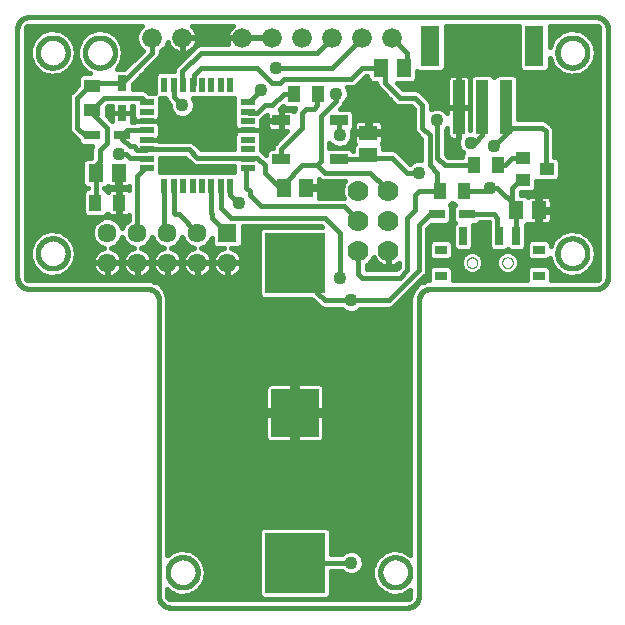
<source format=gtl>
G75*
%MOIN*%
%OFA0B0*%
%FSLAX25Y25*%
%IPPOS*%
%LPD*%
%AMOC8*
5,1,8,0,0,1.08239X$1,22.5*
%
%ADD10C,0.01600*%
%ADD11C,0.07000*%
%ADD12R,0.04331X0.05512*%
%ADD13R,0.05000X0.03937*%
%ADD14R,0.05000X0.02200*%
%ADD15R,0.02200X0.05000*%
%ADD16C,0.06600*%
%ADD17R,0.05118X0.05906*%
%ADD18R,0.05512X0.04331*%
%ADD19R,0.06337X0.06337*%
%ADD20C,0.06337*%
%ADD21R,0.03937X0.18110*%
%ADD22R,0.06299X0.13386*%
%ADD23R,0.16000X0.16000*%
%ADD24R,0.20000X0.20000*%
%ADD25R,0.03937X0.03150*%
%ADD26R,0.02756X0.05906*%
%ADD27C,0.00000*%
%ADD28R,0.05315X0.03150*%
%ADD29R,0.03150X0.05315*%
%ADD30R,0.05906X0.03543*%
%ADD31R,0.05906X0.05118*%
%ADD32C,0.04362*%
D10*
X0049044Y0005737D02*
X0049044Y0104162D01*
X0051844Y0104105D02*
X0100535Y0104105D01*
X0100214Y0104426D02*
X0102714Y0101926D01*
X0103743Y0101500D01*
X0109937Y0101500D01*
X0110682Y0100755D01*
X0112218Y0100119D01*
X0113882Y0100119D01*
X0115418Y0100755D01*
X0116163Y0101500D01*
X0126107Y0101500D01*
X0127136Y0101926D01*
X0137136Y0111926D01*
X0137924Y0112714D01*
X0138350Y0113743D01*
X0138350Y0128140D01*
X0139685Y0129475D01*
X0145286Y0129475D01*
X0146457Y0130647D01*
X0146457Y0135453D01*
X0145987Y0135924D01*
X0146800Y0136737D01*
X0147613Y0135924D01*
X0147143Y0135453D01*
X0147143Y0130647D01*
X0147707Y0130082D01*
X0147064Y0129439D01*
X0147064Y0121877D01*
X0148235Y0120706D01*
X0152648Y0120706D01*
X0153820Y0121877D01*
X0153820Y0129439D01*
X0153784Y0129475D01*
X0155286Y0129475D01*
X0156061Y0130250D01*
X0159000Y0130250D01*
X0159000Y0129565D01*
X0158875Y0129439D01*
X0158875Y0121877D01*
X0160046Y0120706D01*
X0164459Y0120706D01*
X0165205Y0121452D01*
X0165952Y0120706D01*
X0170365Y0120706D01*
X0171536Y0121877D01*
X0171536Y0129436D01*
X0171959Y0129859D01*
X0172286Y0129670D01*
X0172744Y0129547D01*
X0175061Y0129547D01*
X0175061Y0133820D01*
X0176020Y0133820D01*
X0176020Y0129547D01*
X0178336Y0129547D01*
X0178794Y0129670D01*
X0179204Y0129907D01*
X0179540Y0130242D01*
X0179777Y0130652D01*
X0179899Y0131110D01*
X0179899Y0133820D01*
X0176020Y0133820D01*
X0176020Y0134780D01*
X0175061Y0134780D01*
X0175061Y0139053D01*
X0172744Y0139053D01*
X0172286Y0138930D01*
X0171959Y0138741D01*
X0171447Y0139253D01*
X0169600Y0139253D01*
X0169600Y0140341D01*
X0173691Y0140341D01*
X0174863Y0141513D01*
X0174863Y0144127D01*
X0174909Y0144081D01*
X0181565Y0144081D01*
X0182737Y0145253D01*
X0182737Y0150847D01*
X0181565Y0152018D01*
X0180850Y0152018D01*
X0180850Y0161107D01*
X0180424Y0162136D01*
X0179636Y0162924D01*
X0179174Y0163386D01*
X0178386Y0164174D01*
X0177357Y0164600D01*
X0168643Y0164600D01*
X0168643Y0178554D01*
X0167471Y0179725D01*
X0161877Y0179725D01*
X0160737Y0178585D01*
X0159597Y0179725D01*
X0154003Y0179725D01*
X0152831Y0178554D01*
X0152831Y0160981D01*
X0152694Y0160981D01*
X0152694Y0168486D01*
X0149110Y0168486D01*
X0149110Y0158214D01*
X0148869Y0157632D01*
X0148869Y0155968D01*
X0149505Y0154432D01*
X0150500Y0153437D01*
X0149948Y0152884D01*
X0149948Y0152100D01*
X0145460Y0152100D01*
X0144600Y0152960D01*
X0144600Y0161187D01*
X0145157Y0161745D01*
X0145157Y0159378D01*
X0145280Y0158920D01*
X0145517Y0158510D01*
X0145852Y0158175D01*
X0146263Y0157938D01*
X0146720Y0157815D01*
X0148742Y0157815D01*
X0148742Y0168486D01*
X0149110Y0168486D01*
X0149110Y0168854D01*
X0152694Y0168854D01*
X0152694Y0177962D01*
X0152572Y0178420D01*
X0152335Y0178830D01*
X0152000Y0179166D01*
X0151589Y0179403D01*
X0151131Y0179525D01*
X0149110Y0179525D01*
X0149110Y0168854D01*
X0148742Y0168854D01*
X0148742Y0168486D01*
X0145157Y0168486D01*
X0145157Y0166855D01*
X0144168Y0167845D01*
X0142632Y0168481D01*
X0140968Y0168481D01*
X0139600Y0167914D01*
X0139600Y0169857D01*
X0139174Y0170886D01*
X0138386Y0171674D01*
X0135886Y0174174D01*
X0134857Y0174600D01*
X0130460Y0174600D01*
X0128213Y0176847D01*
X0133928Y0176847D01*
X0135099Y0178019D01*
X0135099Y0180850D01*
X0135499Y0180450D01*
X0143455Y0180450D01*
X0144627Y0181621D01*
X0144627Y0195850D01*
X0168973Y0195850D01*
X0168973Y0181621D01*
X0170145Y0180450D01*
X0178101Y0180450D01*
X0179272Y0181621D01*
X0179272Y0185077D01*
X0180529Y0182255D01*
X0180529Y0182255D01*
X0182939Y0180084D01*
X0182939Y0180084D01*
X0186024Y0179082D01*
X0189250Y0179421D01*
X0192059Y0181043D01*
X0193965Y0183667D01*
X0194639Y0186839D01*
X0193965Y0190012D01*
X0192059Y0192636D01*
X0192059Y0192636D01*
X0192059Y0192636D01*
X0189250Y0194258D01*
X0186024Y0194597D01*
X0182939Y0193594D01*
X0180529Y0191424D01*
X0179272Y0188602D01*
X0179272Y0195850D01*
X0194713Y0195850D01*
X0194935Y0195829D01*
X0195345Y0195659D01*
X0195659Y0195345D01*
X0195829Y0194935D01*
X0195850Y0194713D01*
X0195850Y0112036D01*
X0195829Y0111814D01*
X0195659Y0111405D01*
X0195345Y0111091D01*
X0194935Y0110921D01*
X0194713Y0110899D01*
X0179607Y0110899D01*
X0179607Y0114873D01*
X0178436Y0116044D01*
X0172842Y0116044D01*
X0171670Y0114873D01*
X0171670Y0110899D01*
X0146930Y0110899D01*
X0146930Y0114873D01*
X0145758Y0116044D01*
X0140164Y0116044D01*
X0138993Y0114873D01*
X0138993Y0110899D01*
X0138255Y0110899D01*
X0135779Y0109874D01*
X0133884Y0107978D01*
X0132858Y0105502D01*
X0132858Y0019491D01*
X0130195Y0021029D01*
X0130195Y0021029D01*
X0126969Y0021368D01*
X0123884Y0020366D01*
X0121474Y0018196D01*
X0121474Y0018196D01*
X0120155Y0015233D01*
X0120155Y0011989D01*
X0121474Y0009026D01*
X0123884Y0006856D01*
X0123884Y0006856D01*
X0126969Y0005854D01*
X0130195Y0006193D01*
X0132858Y0007731D01*
X0132858Y0005737D01*
X0132836Y0005515D01*
X0132667Y0005105D01*
X0132353Y0004792D01*
X0131943Y0004622D01*
X0131721Y0004600D01*
X0052981Y0004600D01*
X0052759Y0004622D01*
X0052349Y0004792D01*
X0052036Y0005105D01*
X0051866Y0005515D01*
X0051844Y0005737D01*
X0051844Y0007913D01*
X0053018Y0006856D01*
X0053018Y0006856D01*
X0056103Y0005854D01*
X0059328Y0006193D01*
X0062137Y0007814D01*
X0062137Y0007815D01*
X0064044Y0010438D01*
X0064718Y0013611D01*
X0064718Y0013611D01*
X0064044Y0016784D01*
X0062137Y0019408D01*
X0059328Y0021029D01*
X0056103Y0021368D01*
X0056103Y0021368D01*
X0053018Y0020366D01*
X0051844Y0019309D01*
X0051844Y0105502D01*
X0050818Y0107978D01*
X0050818Y0107978D01*
X0048923Y0109874D01*
X0046447Y0110899D01*
X0005737Y0110899D01*
X0005515Y0110921D01*
X0005105Y0111091D01*
X0004792Y0111405D01*
X0004622Y0111814D01*
X0004600Y0112036D01*
X0004600Y0194713D01*
X0004622Y0194935D01*
X0004792Y0195345D01*
X0005105Y0195659D01*
X0005515Y0195829D01*
X0005737Y0195850D01*
X0043355Y0195850D01*
X0042307Y0194802D01*
X0041500Y0192854D01*
X0041500Y0190746D01*
X0042307Y0188798D01*
X0043572Y0187532D01*
X0037498Y0181457D01*
X0034879Y0181457D01*
X0036485Y0183667D01*
X0037159Y0186839D01*
X0036485Y0190012D01*
X0034578Y0192636D01*
X0031769Y0194258D01*
X0028544Y0194597D01*
X0028544Y0194597D01*
X0025459Y0193594D01*
X0023049Y0191424D01*
X0021730Y0188461D01*
X0021730Y0185218D01*
X0023049Y0182255D01*
X0023049Y0182255D01*
X0025459Y0180084D01*
X0026019Y0179902D01*
X0023216Y0179902D01*
X0022044Y0178731D01*
X0022044Y0176004D01*
X0020214Y0174174D01*
X0019426Y0173386D01*
X0019000Y0172357D01*
X0019000Y0161243D01*
X0019426Y0160214D01*
X0021926Y0157714D01*
X0022143Y0157498D01*
X0022143Y0156897D01*
X0023314Y0155725D01*
X0026864Y0155725D01*
X0026500Y0154847D01*
X0026500Y0151753D01*
X0024672Y0151753D01*
X0023501Y0150581D01*
X0023501Y0143019D01*
X0024672Y0141847D01*
X0025260Y0141847D01*
X0025260Y0141556D01*
X0024869Y0141556D01*
X0023698Y0140384D01*
X0023698Y0133216D01*
X0024869Y0132044D01*
X0030857Y0132044D01*
X0031992Y0133180D01*
X0032131Y0132939D01*
X0032466Y0132604D01*
X0032877Y0132367D01*
X0033335Y0132244D01*
X0035454Y0132244D01*
X0035454Y0136517D01*
X0036020Y0136517D01*
X0036020Y0132244D01*
X0038139Y0132244D01*
X0038597Y0132367D01*
X0039000Y0132599D01*
X0039000Y0131235D01*
X0038872Y0131182D01*
X0037418Y0129728D01*
X0036800Y0128235D01*
X0036182Y0129728D01*
X0034728Y0131182D01*
X0032828Y0131968D01*
X0030772Y0131968D01*
X0028872Y0131182D01*
X0027418Y0129728D01*
X0026631Y0127828D01*
X0026631Y0125772D01*
X0027418Y0123872D01*
X0028872Y0122418D01*
X0030709Y0121658D01*
X0030637Y0121646D01*
X0029893Y0121404D01*
X0029196Y0121049D01*
X0028563Y0120590D01*
X0028010Y0120037D01*
X0027551Y0119404D01*
X0027196Y0118707D01*
X0026954Y0117963D01*
X0026831Y0117191D01*
X0026831Y0116984D01*
X0031616Y0116984D01*
X0031616Y0116616D01*
X0031984Y0116616D01*
X0031984Y0111831D01*
X0032191Y0111831D01*
X0032963Y0111954D01*
X0033707Y0112196D01*
X0034404Y0112551D01*
X0035037Y0113010D01*
X0035590Y0113563D01*
X0036049Y0114196D01*
X0036404Y0114893D01*
X0036646Y0115637D01*
X0036768Y0116409D01*
X0036768Y0116616D01*
X0031984Y0116616D01*
X0031984Y0116984D01*
X0036768Y0116984D01*
X0036768Y0117191D01*
X0036646Y0117963D01*
X0036404Y0118707D01*
X0036049Y0119404D01*
X0035590Y0120037D01*
X0035037Y0120590D01*
X0034404Y0121049D01*
X0033707Y0121404D01*
X0032963Y0121646D01*
X0032891Y0121658D01*
X0034728Y0122418D01*
X0036182Y0123872D01*
X0036800Y0125365D01*
X0037418Y0123872D01*
X0038872Y0122418D01*
X0040709Y0121658D01*
X0040637Y0121646D01*
X0039893Y0121404D01*
X0039196Y0121049D01*
X0038563Y0120590D01*
X0038010Y0120037D01*
X0037551Y0119404D01*
X0037196Y0118707D01*
X0036954Y0117963D01*
X0036831Y0117191D01*
X0036831Y0116984D01*
X0041616Y0116984D01*
X0041616Y0116616D01*
X0041984Y0116616D01*
X0041984Y0111831D01*
X0042191Y0111831D01*
X0042963Y0111954D01*
X0043707Y0112196D01*
X0044404Y0112551D01*
X0045037Y0113010D01*
X0045590Y0113563D01*
X0046049Y0114196D01*
X0046404Y0114893D01*
X0046646Y0115637D01*
X0046768Y0116409D01*
X0046768Y0116616D01*
X0041984Y0116616D01*
X0041984Y0116984D01*
X0046768Y0116984D01*
X0046768Y0117191D01*
X0046646Y0117963D01*
X0046404Y0118707D01*
X0046049Y0119404D01*
X0045590Y0120037D01*
X0045037Y0120590D01*
X0044404Y0121049D01*
X0043707Y0121404D01*
X0042963Y0121646D01*
X0042891Y0121658D01*
X0044728Y0122418D01*
X0046182Y0123872D01*
X0046800Y0125365D01*
X0047418Y0123872D01*
X0048872Y0122418D01*
X0050709Y0121658D01*
X0050637Y0121646D01*
X0049893Y0121404D01*
X0049196Y0121049D01*
X0048563Y0120590D01*
X0048010Y0120037D01*
X0047551Y0119404D01*
X0047196Y0118707D01*
X0046954Y0117963D01*
X0046831Y0117191D01*
X0046831Y0116984D01*
X0051616Y0116984D01*
X0051616Y0116616D01*
X0051984Y0116616D01*
X0051984Y0111831D01*
X0052191Y0111831D01*
X0052963Y0111954D01*
X0053707Y0112196D01*
X0054404Y0112551D01*
X0055037Y0113010D01*
X0055590Y0113563D01*
X0056049Y0114196D01*
X0056404Y0114893D01*
X0056646Y0115637D01*
X0056768Y0116409D01*
X0056768Y0116616D01*
X0051984Y0116616D01*
X0051984Y0116984D01*
X0056768Y0116984D01*
X0056768Y0117191D01*
X0056646Y0117963D01*
X0056404Y0118707D01*
X0056049Y0119404D01*
X0055590Y0120037D01*
X0055037Y0120590D01*
X0054404Y0121049D01*
X0053707Y0121404D01*
X0052963Y0121646D01*
X0052891Y0121658D01*
X0054728Y0122418D01*
X0056182Y0123872D01*
X0056800Y0125365D01*
X0057418Y0123872D01*
X0058872Y0122418D01*
X0060709Y0121658D01*
X0060637Y0121646D01*
X0059893Y0121404D01*
X0059196Y0121049D01*
X0058563Y0120590D01*
X0058010Y0120037D01*
X0057551Y0119404D01*
X0057196Y0118707D01*
X0056954Y0117963D01*
X0056831Y0117191D01*
X0056831Y0116984D01*
X0061616Y0116984D01*
X0061616Y0116616D01*
X0061984Y0116616D01*
X0061984Y0111831D01*
X0062191Y0111831D01*
X0062963Y0111954D01*
X0063707Y0112196D01*
X0064404Y0112551D01*
X0065037Y0113010D01*
X0065590Y0113563D01*
X0066049Y0114196D01*
X0066404Y0114893D01*
X0066646Y0115637D01*
X0066768Y0116409D01*
X0066768Y0116616D01*
X0061984Y0116616D01*
X0061984Y0116984D01*
X0066768Y0116984D01*
X0066768Y0117191D01*
X0066646Y0117963D01*
X0066404Y0118707D01*
X0066049Y0119404D01*
X0065590Y0120037D01*
X0065037Y0120590D01*
X0064404Y0121049D01*
X0063707Y0121404D01*
X0062963Y0121646D01*
X0062891Y0121658D01*
X0064728Y0122418D01*
X0066182Y0123872D01*
X0066631Y0124958D01*
X0066631Y0122803D01*
X0067803Y0121631D01*
X0070591Y0121631D01*
X0069893Y0121404D01*
X0069196Y0121049D01*
X0068563Y0120590D01*
X0068010Y0120037D01*
X0067551Y0119404D01*
X0067196Y0118707D01*
X0066954Y0117963D01*
X0066831Y0117191D01*
X0066831Y0116984D01*
X0071616Y0116984D01*
X0071616Y0116616D01*
X0071984Y0116616D01*
X0071984Y0111831D01*
X0072191Y0111831D01*
X0072963Y0111954D01*
X0073707Y0112196D01*
X0074404Y0112551D01*
X0075037Y0113010D01*
X0075590Y0113563D01*
X0076049Y0114196D01*
X0076404Y0114893D01*
X0076646Y0115637D01*
X0076768Y0116409D01*
X0076768Y0116616D01*
X0071984Y0116616D01*
X0071984Y0116984D01*
X0076768Y0116984D01*
X0076768Y0117191D01*
X0076646Y0117963D01*
X0076404Y0118707D01*
X0076049Y0119404D01*
X0075590Y0120037D01*
X0075037Y0120590D01*
X0074404Y0121049D01*
X0073707Y0121404D01*
X0073009Y0121631D01*
X0075797Y0121631D01*
X0076968Y0122803D01*
X0076968Y0129000D01*
X0103140Y0129000D01*
X0103340Y0128800D01*
X0083472Y0128800D01*
X0082300Y0127628D01*
X0082300Y0105972D01*
X0083472Y0104800D01*
X0099840Y0104800D01*
X0100214Y0104426D01*
X0102134Y0102506D02*
X0051844Y0102506D01*
X0051844Y0100908D02*
X0110529Y0100908D01*
X0113050Y0104300D02*
X0125550Y0104300D01*
X0135550Y0114300D01*
X0135550Y0129300D01*
X0139300Y0133050D01*
X0141800Y0133050D01*
X0145492Y0129681D02*
X0147305Y0129681D01*
X0147143Y0131279D02*
X0146457Y0131279D01*
X0146457Y0132878D02*
X0147143Y0132878D01*
X0147143Y0134476D02*
X0146457Y0134476D01*
X0146138Y0136075D02*
X0147462Y0136075D01*
X0151800Y0133050D02*
X0160550Y0133050D01*
X0161800Y0131800D01*
X0161800Y0126111D01*
X0162253Y0125658D01*
X0158875Y0124885D02*
X0153820Y0124885D01*
X0153820Y0123287D02*
X0158875Y0123287D01*
X0159064Y0121688D02*
X0153631Y0121688D01*
X0154145Y0120572D02*
X0152644Y0120572D01*
X0151258Y0119997D01*
X0150197Y0118936D01*
X0149623Y0117550D01*
X0149623Y0116050D01*
X0150197Y0114664D01*
X0151258Y0113603D01*
X0152644Y0113028D01*
X0154145Y0113028D01*
X0155531Y0113603D01*
X0156592Y0114664D01*
X0157166Y0116050D01*
X0157166Y0117550D01*
X0156592Y0118936D01*
X0155531Y0119997D01*
X0154145Y0120572D01*
X0155308Y0120090D02*
X0163292Y0120090D01*
X0163069Y0119997D02*
X0162008Y0118936D01*
X0161434Y0117550D01*
X0161434Y0116050D01*
X0162008Y0114664D01*
X0163069Y0113603D01*
X0164455Y0113028D01*
X0165956Y0113028D01*
X0167342Y0113603D01*
X0168403Y0114664D01*
X0168977Y0116050D01*
X0168977Y0117550D01*
X0168403Y0118936D01*
X0167342Y0119997D01*
X0165956Y0120572D01*
X0164455Y0120572D01*
X0163069Y0119997D01*
X0161824Y0118491D02*
X0156776Y0118491D01*
X0157166Y0116893D02*
X0161434Y0116893D01*
X0161747Y0115294D02*
X0156853Y0115294D01*
X0155624Y0113696D02*
X0162976Y0113696D01*
X0167435Y0113696D02*
X0171670Y0113696D01*
X0171670Y0112097D02*
X0146930Y0112097D01*
X0146930Y0113696D02*
X0151165Y0113696D01*
X0149936Y0115294D02*
X0146508Y0115294D01*
X0145758Y0117556D02*
X0146930Y0118727D01*
X0146930Y0123534D01*
X0145758Y0124705D01*
X0140164Y0124705D01*
X0138993Y0123534D01*
X0138993Y0118727D01*
X0140164Y0117556D01*
X0145758Y0117556D01*
X0146694Y0118491D02*
X0150013Y0118491D01*
X0149623Y0116893D02*
X0138350Y0116893D01*
X0138350Y0118491D02*
X0139229Y0118491D01*
X0138993Y0120090D02*
X0138350Y0120090D01*
X0138350Y0121688D02*
X0138993Y0121688D01*
X0138993Y0123287D02*
X0138350Y0123287D01*
X0138350Y0124885D02*
X0147064Y0124885D01*
X0147064Y0123287D02*
X0146930Y0123287D01*
X0146930Y0121688D02*
X0147253Y0121688D01*
X0146930Y0120090D02*
X0151481Y0120090D01*
X0153820Y0126484D02*
X0158875Y0126484D01*
X0158875Y0128082D02*
X0153820Y0128082D01*
X0155492Y0129681D02*
X0159000Y0129681D01*
X0166800Y0133158D02*
X0168158Y0131800D01*
X0168158Y0134202D01*
X0168060Y0134300D01*
X0168060Y0135540D01*
X0161800Y0141800D01*
X0159300Y0141800D01*
X0158050Y0140550D01*
X0150737Y0140550D01*
X0142863Y0140550D02*
X0141800Y0141613D01*
X0141800Y0146800D01*
X0139300Y0149300D01*
X0139300Y0159300D01*
X0136800Y0161800D01*
X0136800Y0169300D01*
X0134300Y0171800D01*
X0129300Y0171800D01*
X0124300Y0176800D01*
X0124300Y0180560D01*
X0123060Y0181800D01*
X0116800Y0181800D01*
X0113050Y0178050D01*
X0090550Y0178050D01*
X0089300Y0176800D01*
X0086800Y0176800D01*
X0081800Y0181800D01*
X0063050Y0181800D01*
X0060550Y0179300D01*
X0060550Y0176525D01*
X0060225Y0176200D01*
X0057076Y0176200D02*
X0056800Y0176476D01*
X0056800Y0180550D01*
X0063050Y0186800D01*
X0101800Y0186800D01*
X0106800Y0191800D01*
X0106800Y0181800D02*
X0088050Y0181800D01*
X0083050Y0174300D02*
X0079074Y0170324D01*
X0078700Y0170324D01*
X0078700Y0167174D02*
X0079074Y0166800D01*
X0081800Y0166800D01*
X0084300Y0169300D01*
X0086800Y0169300D01*
X0090550Y0173050D01*
X0094113Y0173050D01*
X0090437Y0168977D02*
X0091119Y0168294D01*
X0094388Y0168294D01*
X0094000Y0167357D01*
X0094000Y0167276D01*
X0093860Y0167416D01*
X0093449Y0167653D01*
X0092992Y0167776D01*
X0089888Y0167776D01*
X0089888Y0164290D01*
X0089716Y0164290D01*
X0089716Y0164118D01*
X0089888Y0164118D01*
X0089888Y0160633D01*
X0091673Y0160633D01*
X0087428Y0156388D01*
X0087002Y0155359D01*
X0087002Y0154984D01*
X0086021Y0154984D01*
X0084849Y0153812D01*
X0084849Y0152711D01*
X0084174Y0153386D01*
X0083386Y0154174D01*
X0083200Y0154251D01*
X0083200Y0159654D01*
X0083000Y0159854D01*
X0083000Y0160875D01*
X0083000Y0161896D01*
X0083200Y0162096D01*
X0083200Y0164349D01*
X0083386Y0164426D01*
X0084174Y0165214D01*
X0085049Y0166089D01*
X0085049Y0164290D01*
X0089716Y0164290D01*
X0089716Y0167776D01*
X0089236Y0167776D01*
X0090437Y0168977D01*
X0089505Y0168045D02*
X0094285Y0168045D01*
X0096800Y0166800D02*
X0098050Y0168050D01*
X0100550Y0168050D01*
X0101800Y0169300D01*
X0101800Y0172863D01*
X0101987Y0173050D01*
X0108050Y0173050D02*
X0108050Y0170550D01*
X0103050Y0165550D01*
X0103050Y0150550D01*
X0101800Y0149300D01*
X0104300Y0146800D01*
X0119300Y0146800D01*
X0121800Y0144300D01*
X0121957Y0144300D01*
X0125520Y0140737D01*
X0131800Y0146800D02*
X0126800Y0151800D01*
X0119625Y0151800D01*
X0118818Y0152607D01*
X0117424Y0151212D01*
X0109093Y0151212D01*
X0108468Y0155119D02*
X0106932Y0155755D01*
X0105850Y0156837D01*
X0105850Y0154984D01*
X0112874Y0154984D01*
X0113846Y0154012D01*
X0113865Y0154012D01*
X0113865Y0155994D01*
X0114377Y0156506D01*
X0114188Y0156833D01*
X0114065Y0157291D01*
X0114065Y0159607D01*
X0118338Y0159607D01*
X0118338Y0160567D01*
X0114065Y0160567D01*
X0114065Y0162883D01*
X0114188Y0163341D01*
X0114425Y0163751D01*
X0114760Y0164086D01*
X0115171Y0164323D01*
X0115628Y0164446D01*
X0118339Y0164446D01*
X0118339Y0160567D01*
X0119298Y0160567D01*
X0119298Y0164446D01*
X0122008Y0164446D01*
X0122466Y0164323D01*
X0122876Y0164086D01*
X0123211Y0163751D01*
X0123448Y0163341D01*
X0123571Y0162883D01*
X0123571Y0160567D01*
X0119298Y0160567D01*
X0119298Y0159607D01*
X0123571Y0159607D01*
X0123571Y0157291D01*
X0123448Y0156833D01*
X0123259Y0156506D01*
X0123771Y0155994D01*
X0123771Y0154600D01*
X0127357Y0154600D01*
X0128386Y0154174D01*
X0129174Y0153386D01*
X0132698Y0149861D01*
X0133182Y0150345D01*
X0134718Y0150981D01*
X0136382Y0150981D01*
X0136500Y0150932D01*
X0136500Y0158140D01*
X0134426Y0160214D01*
X0134000Y0161243D01*
X0134000Y0168140D01*
X0133140Y0169000D01*
X0128743Y0169000D01*
X0127714Y0169426D01*
X0121926Y0175214D01*
X0121500Y0176243D01*
X0121500Y0176847D01*
X0119672Y0176847D01*
X0118501Y0178019D01*
X0118501Y0179000D01*
X0117960Y0179000D01*
X0114636Y0175676D01*
X0113607Y0175250D01*
X0112493Y0175250D01*
X0111664Y0175250D01*
X0112231Y0173882D01*
X0112231Y0172218D01*
X0111595Y0170682D01*
X0110810Y0169897D01*
X0110424Y0168964D01*
X0109436Y0167976D01*
X0112874Y0167976D01*
X0114046Y0166804D01*
X0114046Y0161604D01*
X0113215Y0160773D01*
X0113481Y0160132D01*
X0113481Y0158468D01*
X0112845Y0156932D01*
X0111668Y0155755D01*
X0110132Y0155119D01*
X0108468Y0155119D01*
X0108135Y0155257D02*
X0105850Y0155257D01*
X0109300Y0159300D02*
X0109093Y0159507D01*
X0109093Y0164204D01*
X0109505Y0168045D02*
X0134000Y0168045D01*
X0134000Y0166447D02*
X0114046Y0166447D01*
X0114046Y0164848D02*
X0134000Y0164848D01*
X0134000Y0163250D02*
X0123473Y0163250D01*
X0123571Y0161651D02*
X0134000Y0161651D01*
X0134588Y0160053D02*
X0119298Y0160053D01*
X0118338Y0160053D02*
X0113481Y0160053D01*
X0113475Y0158454D02*
X0114065Y0158454D01*
X0114182Y0156856D02*
X0112769Y0156856D01*
X0113865Y0155257D02*
X0110465Y0155257D01*
X0114046Y0161651D02*
X0114065Y0161651D01*
X0114046Y0163250D02*
X0114164Y0163250D01*
X0118339Y0163250D02*
X0119298Y0163250D01*
X0119298Y0161651D02*
X0118339Y0161651D01*
X0123571Y0158454D02*
X0136186Y0158454D01*
X0136500Y0156856D02*
X0123454Y0156856D01*
X0123771Y0155257D02*
X0136500Y0155257D01*
X0136500Y0153659D02*
X0128901Y0153659D01*
X0130500Y0152060D02*
X0136500Y0152060D01*
X0133464Y0150462D02*
X0132098Y0150462D01*
X0131800Y0146800D02*
X0135550Y0146800D01*
X0135550Y0140550D02*
X0142863Y0140550D01*
X0135550Y0140550D02*
X0134300Y0139300D01*
X0134300Y0134300D01*
X0131800Y0131800D01*
X0131800Y0114300D01*
X0129300Y0111800D01*
X0116800Y0111800D01*
X0115520Y0113080D01*
X0115520Y0120737D01*
X0120621Y0118679D02*
X0120183Y0117622D01*
X0118636Y0116074D01*
X0118320Y0115944D01*
X0118320Y0114600D01*
X0128140Y0114600D01*
X0129000Y0115460D01*
X0129000Y0116721D01*
X0128973Y0116694D01*
X0128298Y0116204D01*
X0127555Y0115825D01*
X0126762Y0115568D01*
X0125938Y0115437D01*
X0125705Y0115437D01*
X0125705Y0120553D01*
X0125336Y0120553D01*
X0125336Y0115437D01*
X0125103Y0115437D01*
X0124279Y0115568D01*
X0123486Y0115825D01*
X0122743Y0116204D01*
X0122068Y0116694D01*
X0121478Y0117284D01*
X0120987Y0117959D01*
X0120621Y0118679D01*
X0120543Y0118491D02*
X0120716Y0118491D01*
X0121869Y0116893D02*
X0119454Y0116893D01*
X0118320Y0115294D02*
X0128835Y0115294D01*
X0125705Y0116893D02*
X0125336Y0116893D01*
X0125336Y0118491D02*
X0125705Y0118491D01*
X0125705Y0120090D02*
X0125336Y0120090D01*
X0135709Y0110499D02*
X0137288Y0110499D01*
X0137307Y0112097D02*
X0138993Y0112097D01*
X0138993Y0113696D02*
X0138330Y0113696D01*
X0138350Y0115294D02*
X0139415Y0115294D01*
X0135779Y0109874D02*
X0135779Y0109874D01*
X0134806Y0108900D02*
X0134110Y0108900D01*
X0133884Y0107978D02*
X0133884Y0107978D01*
X0133604Y0107302D02*
X0132512Y0107302D01*
X0132942Y0105703D02*
X0130913Y0105703D01*
X0129315Y0104105D02*
X0132858Y0104105D01*
X0132858Y0102506D02*
X0127716Y0102506D01*
X0132858Y0100908D02*
X0115571Y0100908D01*
X0113050Y0104300D02*
X0104300Y0104300D01*
X0101800Y0106800D01*
X0101800Y0111800D01*
X0096800Y0116800D01*
X0094300Y0116800D01*
X0082300Y0116893D02*
X0071984Y0116893D01*
X0071616Y0116893D02*
X0061984Y0116893D01*
X0061616Y0116893D02*
X0051984Y0116893D01*
X0051616Y0116893D02*
X0041984Y0116893D01*
X0041616Y0116893D02*
X0031984Y0116893D01*
X0031616Y0116893D02*
X0020770Y0116893D01*
X0020737Y0116738D02*
X0021411Y0119910D01*
X0020737Y0123083D01*
X0018830Y0125707D01*
X0016021Y0127328D01*
X0012796Y0127667D01*
X0012796Y0127667D01*
X0009711Y0126665D01*
X0007301Y0124495D01*
X0005981Y0121532D01*
X0005981Y0118289D01*
X0007301Y0115326D01*
X0009711Y0113155D01*
X0012796Y0112153D01*
X0016021Y0112492D01*
X0016021Y0112492D01*
X0018830Y0114114D01*
X0020737Y0116738D01*
X0020737Y0116738D01*
X0019688Y0115294D02*
X0027065Y0115294D01*
X0026954Y0115637D02*
X0027196Y0114893D01*
X0027551Y0114196D01*
X0028010Y0113563D01*
X0028563Y0113010D01*
X0029196Y0112551D01*
X0029893Y0112196D01*
X0030637Y0111954D01*
X0031409Y0111831D01*
X0031616Y0111831D01*
X0031616Y0116616D01*
X0026831Y0116616D01*
X0026831Y0116409D01*
X0026954Y0115637D01*
X0027914Y0113696D02*
X0018106Y0113696D01*
X0018830Y0114114D02*
X0018830Y0114114D01*
X0018830Y0114114D01*
X0021109Y0118491D02*
X0027125Y0118491D01*
X0028063Y0120090D02*
X0021373Y0120090D01*
X0021411Y0119910D02*
X0021411Y0119910D01*
X0021033Y0121688D02*
X0030635Y0121688D01*
X0032965Y0121688D02*
X0040635Y0121688D01*
X0042965Y0121688D02*
X0050635Y0121688D01*
X0052965Y0121688D02*
X0060635Y0121688D01*
X0062965Y0121688D02*
X0067746Y0121688D01*
X0068063Y0120090D02*
X0065537Y0120090D01*
X0066475Y0118491D02*
X0067125Y0118491D01*
X0066831Y0116616D02*
X0066831Y0116409D01*
X0066954Y0115637D01*
X0067196Y0114893D01*
X0067551Y0114196D01*
X0068010Y0113563D01*
X0068563Y0113010D01*
X0069196Y0112551D01*
X0069893Y0112196D01*
X0070637Y0111954D01*
X0071409Y0111831D01*
X0071616Y0111831D01*
X0071616Y0116616D01*
X0066831Y0116616D01*
X0067065Y0115294D02*
X0066535Y0115294D01*
X0065686Y0113696D02*
X0067914Y0113696D01*
X0070195Y0112097D02*
X0063405Y0112097D01*
X0061984Y0112097D02*
X0061616Y0112097D01*
X0061616Y0111831D02*
X0061616Y0116616D01*
X0056831Y0116616D01*
X0056831Y0116409D01*
X0056954Y0115637D01*
X0057196Y0114893D01*
X0057551Y0114196D01*
X0058010Y0113563D01*
X0058563Y0113010D01*
X0059196Y0112551D01*
X0059893Y0112196D01*
X0060637Y0111954D01*
X0061409Y0111831D01*
X0061616Y0111831D01*
X0060195Y0112097D02*
X0053405Y0112097D01*
X0051984Y0112097D02*
X0051616Y0112097D01*
X0051616Y0111831D02*
X0051616Y0116616D01*
X0046831Y0116616D01*
X0046831Y0116409D01*
X0046954Y0115637D01*
X0047196Y0114893D01*
X0047551Y0114196D01*
X0048010Y0113563D01*
X0048563Y0113010D01*
X0049196Y0112551D01*
X0049893Y0112196D01*
X0050637Y0111954D01*
X0051409Y0111831D01*
X0051616Y0111831D01*
X0050195Y0112097D02*
X0043405Y0112097D01*
X0041984Y0112097D02*
X0041616Y0112097D01*
X0041616Y0111831D02*
X0041616Y0116616D01*
X0036831Y0116616D01*
X0036831Y0116409D01*
X0036954Y0115637D01*
X0037196Y0114893D01*
X0037551Y0114196D01*
X0038010Y0113563D01*
X0038563Y0113010D01*
X0039196Y0112551D01*
X0039893Y0112196D01*
X0040637Y0111954D01*
X0041409Y0111831D01*
X0041616Y0111831D01*
X0040195Y0112097D02*
X0033405Y0112097D01*
X0031984Y0112097D02*
X0031616Y0112097D01*
X0030195Y0112097D02*
X0004600Y0112097D01*
X0001800Y0112036D02*
X0001802Y0111912D01*
X0001808Y0111789D01*
X0001817Y0111665D01*
X0001831Y0111543D01*
X0001848Y0111420D01*
X0001870Y0111298D01*
X0001895Y0111177D01*
X0001924Y0111057D01*
X0001956Y0110938D01*
X0001993Y0110819D01*
X0002033Y0110702D01*
X0002076Y0110587D01*
X0002124Y0110472D01*
X0002175Y0110360D01*
X0002229Y0110249D01*
X0002287Y0110139D01*
X0002348Y0110032D01*
X0002413Y0109926D01*
X0002481Y0109823D01*
X0002552Y0109722D01*
X0002626Y0109623D01*
X0002703Y0109526D01*
X0002784Y0109432D01*
X0002867Y0109341D01*
X0002953Y0109252D01*
X0003042Y0109166D01*
X0003133Y0109083D01*
X0003227Y0109002D01*
X0003324Y0108925D01*
X0003423Y0108851D01*
X0003524Y0108780D01*
X0003627Y0108712D01*
X0003733Y0108647D01*
X0003840Y0108586D01*
X0003950Y0108528D01*
X0004061Y0108474D01*
X0004173Y0108423D01*
X0004288Y0108375D01*
X0004403Y0108332D01*
X0004520Y0108292D01*
X0004639Y0108255D01*
X0004758Y0108223D01*
X0004878Y0108194D01*
X0004999Y0108169D01*
X0005121Y0108147D01*
X0005244Y0108130D01*
X0005366Y0108116D01*
X0005490Y0108107D01*
X0005613Y0108101D01*
X0005737Y0108099D01*
X0045107Y0108099D01*
X0047414Y0110499D02*
X0082300Y0110499D01*
X0082300Y0112097D02*
X0073405Y0112097D01*
X0071984Y0112097D02*
X0071616Y0112097D01*
X0071616Y0113696D02*
X0071984Y0113696D01*
X0071984Y0115294D02*
X0071616Y0115294D01*
X0075686Y0113696D02*
X0082300Y0113696D01*
X0082300Y0115294D02*
X0076535Y0115294D01*
X0076475Y0118491D02*
X0082300Y0118491D01*
X0082300Y0120090D02*
X0075537Y0120090D01*
X0075854Y0121688D02*
X0082300Y0121688D01*
X0082300Y0123287D02*
X0076968Y0123287D01*
X0076968Y0124885D02*
X0082300Y0124885D01*
X0082300Y0126484D02*
X0076968Y0126484D01*
X0076968Y0128082D02*
X0082754Y0128082D01*
X0083050Y0135550D02*
X0079300Y0139300D01*
X0079300Y0140550D01*
X0078050Y0141800D01*
X0078050Y0147626D01*
X0078700Y0148276D01*
X0078700Y0151426D02*
X0079074Y0151800D01*
X0081800Y0151800D01*
X0084300Y0149300D01*
X0084300Y0146800D01*
X0089300Y0141800D01*
X0090560Y0141800D01*
X0090560Y0143060D01*
X0096800Y0149300D01*
X0101800Y0149300D01*
X0102399Y0144741D02*
X0102714Y0144426D01*
X0103743Y0144000D01*
X0111005Y0144000D01*
X0110858Y0143852D01*
X0110020Y0141831D01*
X0110020Y0139643D01*
X0110556Y0138350D01*
X0102329Y0138350D01*
X0102399Y0138610D01*
X0102399Y0141320D01*
X0098520Y0141320D01*
X0098520Y0142280D01*
X0102399Y0142280D01*
X0102399Y0144741D01*
X0102399Y0144068D02*
X0103580Y0144068D01*
X0102399Y0142469D02*
X0110285Y0142469D01*
X0110020Y0140870D02*
X0102399Y0140870D01*
X0102399Y0139272D02*
X0110174Y0139272D01*
X0110707Y0135550D02*
X0115520Y0130737D01*
X0110707Y0135550D02*
X0083050Y0135550D01*
X0075550Y0136800D02*
X0072824Y0139526D01*
X0072824Y0142400D01*
X0069674Y0142400D02*
X0069674Y0135176D01*
X0073050Y0131800D01*
X0104300Y0131800D01*
X0109300Y0126800D01*
X0109300Y0111800D01*
X0132858Y0099309D02*
X0051844Y0099309D01*
X0051844Y0097711D02*
X0132858Y0097711D01*
X0132858Y0096112D02*
X0051844Y0096112D01*
X0051844Y0094514D02*
X0132858Y0094514D01*
X0132858Y0092915D02*
X0051844Y0092915D01*
X0051844Y0091317D02*
X0132858Y0091317D01*
X0132858Y0089718D02*
X0051844Y0089718D01*
X0051844Y0088120D02*
X0132858Y0088120D01*
X0132858Y0086521D02*
X0051844Y0086521D01*
X0051844Y0084923D02*
X0132858Y0084923D01*
X0132858Y0083324D02*
X0051844Y0083324D01*
X0051844Y0081726D02*
X0132858Y0081726D01*
X0132858Y0080127D02*
X0051844Y0080127D01*
X0051844Y0078529D02*
X0132858Y0078529D01*
X0132858Y0076930D02*
X0051844Y0076930D01*
X0051844Y0075332D02*
X0084579Y0075332D01*
X0084623Y0075495D02*
X0084500Y0075037D01*
X0084500Y0067600D01*
X0093500Y0067600D01*
X0093500Y0076600D01*
X0086063Y0076600D01*
X0085605Y0076477D01*
X0085195Y0076240D01*
X0084860Y0075905D01*
X0084623Y0075495D01*
X0084500Y0073733D02*
X0051844Y0073733D01*
X0051844Y0072134D02*
X0084500Y0072134D01*
X0084500Y0070536D02*
X0051844Y0070536D01*
X0051844Y0068937D02*
X0084500Y0068937D01*
X0084500Y0066000D02*
X0084500Y0058563D01*
X0084623Y0058105D01*
X0084860Y0057695D01*
X0085195Y0057360D01*
X0085605Y0057123D01*
X0086063Y0057000D01*
X0093500Y0057000D01*
X0093500Y0066000D01*
X0095100Y0066000D01*
X0095100Y0067600D01*
X0093500Y0067600D01*
X0093500Y0066000D01*
X0084500Y0066000D01*
X0084500Y0065740D02*
X0051844Y0065740D01*
X0051844Y0064142D02*
X0084500Y0064142D01*
X0084500Y0062543D02*
X0051844Y0062543D01*
X0051844Y0060945D02*
X0084500Y0060945D01*
X0084500Y0059346D02*
X0051844Y0059346D01*
X0051844Y0057748D02*
X0084829Y0057748D01*
X0093500Y0057748D02*
X0095100Y0057748D01*
X0095100Y0057000D02*
X0102537Y0057000D01*
X0102995Y0057123D01*
X0103405Y0057360D01*
X0103740Y0057695D01*
X0103977Y0058105D01*
X0104100Y0058563D01*
X0104100Y0066000D01*
X0095100Y0066000D01*
X0095100Y0057000D01*
X0095100Y0059346D02*
X0093500Y0059346D01*
X0093500Y0060945D02*
X0095100Y0060945D01*
X0095100Y0062543D02*
X0093500Y0062543D01*
X0093500Y0064142D02*
X0095100Y0064142D01*
X0095100Y0065740D02*
X0093500Y0065740D01*
X0093500Y0067339D02*
X0051844Y0067339D01*
X0051844Y0056149D02*
X0132858Y0056149D01*
X0132858Y0054551D02*
X0051844Y0054551D01*
X0051844Y0052952D02*
X0132858Y0052952D01*
X0132858Y0051354D02*
X0051844Y0051354D01*
X0051844Y0049755D02*
X0132858Y0049755D01*
X0132858Y0048157D02*
X0051844Y0048157D01*
X0051844Y0046558D02*
X0132858Y0046558D01*
X0132858Y0044960D02*
X0051844Y0044960D01*
X0051844Y0043361D02*
X0132858Y0043361D01*
X0132858Y0041763D02*
X0051844Y0041763D01*
X0051844Y0040164D02*
X0132858Y0040164D01*
X0132858Y0038566D02*
X0051844Y0038566D01*
X0051844Y0036967D02*
X0132858Y0036967D01*
X0132858Y0035369D02*
X0051844Y0035369D01*
X0051844Y0033770D02*
X0132858Y0033770D01*
X0132858Y0032172D02*
X0051844Y0032172D01*
X0051844Y0030573D02*
X0132858Y0030573D01*
X0132858Y0028975D02*
X0051844Y0028975D01*
X0051844Y0027376D02*
X0082300Y0027376D01*
X0082300Y0027628D02*
X0082300Y0005972D01*
X0083472Y0004800D01*
X0105128Y0004800D01*
X0106300Y0005972D01*
X0106300Y0014000D01*
X0109937Y0014000D01*
X0110682Y0013255D01*
X0112218Y0012619D01*
X0113882Y0012619D01*
X0115418Y0013255D01*
X0116595Y0014432D01*
X0117231Y0015968D01*
X0117231Y0017632D01*
X0116595Y0019168D01*
X0115418Y0020345D01*
X0113882Y0020981D01*
X0112218Y0020981D01*
X0110682Y0020345D01*
X0109937Y0019600D01*
X0106300Y0019600D01*
X0106300Y0027628D01*
X0105128Y0028800D01*
X0083472Y0028800D01*
X0082300Y0027628D01*
X0082300Y0025778D02*
X0051844Y0025778D01*
X0051844Y0024179D02*
X0082300Y0024179D01*
X0082300Y0022581D02*
X0051844Y0022581D01*
X0051844Y0020982D02*
X0054914Y0020982D01*
X0053018Y0020366D02*
X0053018Y0020366D01*
X0051927Y0019384D02*
X0051844Y0019384D01*
X0051918Y0013611D02*
X0051920Y0013752D01*
X0051926Y0013893D01*
X0051936Y0014033D01*
X0051950Y0014173D01*
X0051968Y0014313D01*
X0051989Y0014452D01*
X0052015Y0014591D01*
X0052044Y0014729D01*
X0052078Y0014865D01*
X0052115Y0015001D01*
X0052156Y0015136D01*
X0052201Y0015270D01*
X0052250Y0015402D01*
X0052302Y0015533D01*
X0052358Y0015662D01*
X0052418Y0015789D01*
X0052481Y0015915D01*
X0052547Y0016039D01*
X0052618Y0016162D01*
X0052691Y0016282D01*
X0052768Y0016400D01*
X0052848Y0016516D01*
X0052932Y0016629D01*
X0053018Y0016740D01*
X0053108Y0016849D01*
X0053201Y0016955D01*
X0053296Y0017058D01*
X0053395Y0017159D01*
X0053496Y0017257D01*
X0053600Y0017352D01*
X0053707Y0017444D01*
X0053816Y0017533D01*
X0053928Y0017618D01*
X0054042Y0017701D01*
X0054158Y0017781D01*
X0054277Y0017857D01*
X0054398Y0017929D01*
X0054520Y0017999D01*
X0054645Y0018064D01*
X0054771Y0018127D01*
X0054899Y0018185D01*
X0055029Y0018240D01*
X0055160Y0018292D01*
X0055293Y0018339D01*
X0055427Y0018383D01*
X0055562Y0018424D01*
X0055698Y0018460D01*
X0055835Y0018492D01*
X0055973Y0018521D01*
X0056111Y0018546D01*
X0056251Y0018566D01*
X0056391Y0018583D01*
X0056531Y0018596D01*
X0056672Y0018605D01*
X0056812Y0018610D01*
X0056953Y0018611D01*
X0057094Y0018608D01*
X0057235Y0018601D01*
X0057375Y0018590D01*
X0057515Y0018575D01*
X0057655Y0018556D01*
X0057794Y0018534D01*
X0057932Y0018507D01*
X0058070Y0018477D01*
X0058206Y0018442D01*
X0058342Y0018404D01*
X0058476Y0018362D01*
X0058610Y0018316D01*
X0058742Y0018267D01*
X0058872Y0018213D01*
X0059001Y0018156D01*
X0059128Y0018096D01*
X0059254Y0018032D01*
X0059377Y0017964D01*
X0059499Y0017893D01*
X0059619Y0017819D01*
X0059736Y0017741D01*
X0059851Y0017660D01*
X0059964Y0017576D01*
X0060075Y0017489D01*
X0060183Y0017398D01*
X0060288Y0017305D01*
X0060391Y0017208D01*
X0060491Y0017109D01*
X0060588Y0017007D01*
X0060682Y0016902D01*
X0060773Y0016795D01*
X0060861Y0016685D01*
X0060946Y0016573D01*
X0061028Y0016458D01*
X0061107Y0016341D01*
X0061182Y0016222D01*
X0061254Y0016101D01*
X0061322Y0015978D01*
X0061387Y0015853D01*
X0061449Y0015726D01*
X0061506Y0015597D01*
X0061561Y0015467D01*
X0061611Y0015336D01*
X0061658Y0015203D01*
X0061701Y0015069D01*
X0061740Y0014933D01*
X0061775Y0014797D01*
X0061807Y0014660D01*
X0061834Y0014522D01*
X0061858Y0014383D01*
X0061878Y0014243D01*
X0061894Y0014103D01*
X0061906Y0013963D01*
X0061914Y0013822D01*
X0061918Y0013681D01*
X0061918Y0013541D01*
X0061914Y0013400D01*
X0061906Y0013259D01*
X0061894Y0013119D01*
X0061878Y0012979D01*
X0061858Y0012839D01*
X0061834Y0012700D01*
X0061807Y0012562D01*
X0061775Y0012425D01*
X0061740Y0012289D01*
X0061701Y0012153D01*
X0061658Y0012019D01*
X0061611Y0011886D01*
X0061561Y0011755D01*
X0061506Y0011625D01*
X0061449Y0011496D01*
X0061387Y0011369D01*
X0061322Y0011244D01*
X0061254Y0011121D01*
X0061182Y0011000D01*
X0061107Y0010881D01*
X0061028Y0010764D01*
X0060946Y0010649D01*
X0060861Y0010537D01*
X0060773Y0010427D01*
X0060682Y0010320D01*
X0060588Y0010215D01*
X0060491Y0010113D01*
X0060391Y0010014D01*
X0060288Y0009917D01*
X0060183Y0009824D01*
X0060075Y0009733D01*
X0059964Y0009646D01*
X0059851Y0009562D01*
X0059736Y0009481D01*
X0059619Y0009403D01*
X0059499Y0009329D01*
X0059377Y0009258D01*
X0059254Y0009190D01*
X0059128Y0009126D01*
X0059001Y0009066D01*
X0058872Y0009009D01*
X0058742Y0008955D01*
X0058610Y0008906D01*
X0058476Y0008860D01*
X0058342Y0008818D01*
X0058206Y0008780D01*
X0058070Y0008745D01*
X0057932Y0008715D01*
X0057794Y0008688D01*
X0057655Y0008666D01*
X0057515Y0008647D01*
X0057375Y0008632D01*
X0057235Y0008621D01*
X0057094Y0008614D01*
X0056953Y0008611D01*
X0056812Y0008612D01*
X0056672Y0008617D01*
X0056531Y0008626D01*
X0056391Y0008639D01*
X0056251Y0008656D01*
X0056111Y0008676D01*
X0055973Y0008701D01*
X0055835Y0008730D01*
X0055698Y0008762D01*
X0055562Y0008798D01*
X0055427Y0008839D01*
X0055293Y0008883D01*
X0055160Y0008930D01*
X0055029Y0008982D01*
X0054899Y0009037D01*
X0054771Y0009095D01*
X0054645Y0009158D01*
X0054520Y0009223D01*
X0054398Y0009293D01*
X0054277Y0009365D01*
X0054158Y0009441D01*
X0054042Y0009521D01*
X0053928Y0009604D01*
X0053816Y0009689D01*
X0053707Y0009778D01*
X0053600Y0009870D01*
X0053496Y0009965D01*
X0053395Y0010063D01*
X0053296Y0010164D01*
X0053201Y0010267D01*
X0053108Y0010373D01*
X0053018Y0010482D01*
X0052932Y0010593D01*
X0052848Y0010706D01*
X0052768Y0010822D01*
X0052691Y0010940D01*
X0052618Y0011060D01*
X0052547Y0011183D01*
X0052481Y0011307D01*
X0052418Y0011433D01*
X0052358Y0011560D01*
X0052302Y0011689D01*
X0052250Y0011820D01*
X0052201Y0011952D01*
X0052156Y0012086D01*
X0052115Y0012221D01*
X0052078Y0012357D01*
X0052044Y0012493D01*
X0052015Y0012631D01*
X0051989Y0012770D01*
X0051968Y0012909D01*
X0051950Y0013049D01*
X0051936Y0013189D01*
X0051926Y0013329D01*
X0051920Y0013470D01*
X0051918Y0013611D01*
X0051844Y0006596D02*
X0053820Y0006596D01*
X0049044Y0005737D02*
X0049046Y0005613D01*
X0049052Y0005490D01*
X0049061Y0005366D01*
X0049075Y0005244D01*
X0049092Y0005121D01*
X0049114Y0004999D01*
X0049139Y0004878D01*
X0049168Y0004758D01*
X0049200Y0004639D01*
X0049237Y0004520D01*
X0049277Y0004403D01*
X0049320Y0004288D01*
X0049368Y0004173D01*
X0049419Y0004061D01*
X0049473Y0003950D01*
X0049531Y0003840D01*
X0049592Y0003733D01*
X0049657Y0003627D01*
X0049725Y0003524D01*
X0049796Y0003423D01*
X0049870Y0003324D01*
X0049947Y0003227D01*
X0050028Y0003133D01*
X0050111Y0003042D01*
X0050197Y0002953D01*
X0050286Y0002867D01*
X0050377Y0002784D01*
X0050471Y0002703D01*
X0050568Y0002626D01*
X0050667Y0002552D01*
X0050768Y0002481D01*
X0050871Y0002413D01*
X0050977Y0002348D01*
X0051084Y0002287D01*
X0051194Y0002229D01*
X0051305Y0002175D01*
X0051417Y0002124D01*
X0051532Y0002076D01*
X0051647Y0002033D01*
X0051764Y0001993D01*
X0051883Y0001956D01*
X0052002Y0001924D01*
X0052122Y0001895D01*
X0052243Y0001870D01*
X0052365Y0001848D01*
X0052488Y0001831D01*
X0052610Y0001817D01*
X0052734Y0001808D01*
X0052857Y0001802D01*
X0052981Y0001800D01*
X0131721Y0001800D01*
X0132558Y0004997D02*
X0105325Y0004997D01*
X0106300Y0006596D02*
X0124686Y0006596D01*
X0126969Y0005854D02*
X0126969Y0005854D01*
X0130195Y0006193D02*
X0130195Y0006193D01*
X0130892Y0006596D02*
X0132858Y0006596D01*
X0135658Y0005737D02*
X0135656Y0005613D01*
X0135650Y0005490D01*
X0135641Y0005366D01*
X0135627Y0005244D01*
X0135610Y0005121D01*
X0135588Y0004999D01*
X0135563Y0004878D01*
X0135534Y0004758D01*
X0135502Y0004639D01*
X0135465Y0004520D01*
X0135425Y0004403D01*
X0135382Y0004288D01*
X0135334Y0004173D01*
X0135283Y0004061D01*
X0135229Y0003950D01*
X0135171Y0003840D01*
X0135110Y0003733D01*
X0135045Y0003627D01*
X0134977Y0003524D01*
X0134906Y0003423D01*
X0134832Y0003324D01*
X0134755Y0003227D01*
X0134674Y0003133D01*
X0134591Y0003042D01*
X0134505Y0002953D01*
X0134416Y0002867D01*
X0134325Y0002784D01*
X0134231Y0002703D01*
X0134134Y0002626D01*
X0134035Y0002552D01*
X0133934Y0002481D01*
X0133831Y0002413D01*
X0133725Y0002348D01*
X0133618Y0002287D01*
X0133508Y0002229D01*
X0133397Y0002175D01*
X0133285Y0002124D01*
X0133170Y0002076D01*
X0133055Y0002033D01*
X0132938Y0001993D01*
X0132819Y0001956D01*
X0132700Y0001924D01*
X0132580Y0001895D01*
X0132459Y0001870D01*
X0132337Y0001848D01*
X0132214Y0001831D01*
X0132092Y0001817D01*
X0131968Y0001808D01*
X0131845Y0001802D01*
X0131721Y0001800D01*
X0135658Y0005737D02*
X0135658Y0104162D01*
X0135660Y0104286D01*
X0135666Y0104409D01*
X0135675Y0104533D01*
X0135689Y0104655D01*
X0135706Y0104778D01*
X0135728Y0104900D01*
X0135753Y0105021D01*
X0135782Y0105141D01*
X0135814Y0105260D01*
X0135851Y0105379D01*
X0135891Y0105496D01*
X0135934Y0105611D01*
X0135982Y0105726D01*
X0136033Y0105838D01*
X0136087Y0105949D01*
X0136145Y0106059D01*
X0136206Y0106166D01*
X0136271Y0106272D01*
X0136339Y0106375D01*
X0136410Y0106476D01*
X0136484Y0106575D01*
X0136561Y0106672D01*
X0136642Y0106766D01*
X0136725Y0106857D01*
X0136811Y0106946D01*
X0136900Y0107032D01*
X0136991Y0107115D01*
X0137085Y0107196D01*
X0137182Y0107273D01*
X0137281Y0107347D01*
X0137382Y0107418D01*
X0137485Y0107486D01*
X0137591Y0107551D01*
X0137698Y0107612D01*
X0137808Y0107670D01*
X0137919Y0107724D01*
X0138031Y0107775D01*
X0138146Y0107823D01*
X0138261Y0107866D01*
X0138378Y0107906D01*
X0138497Y0107943D01*
X0138616Y0107975D01*
X0138736Y0108004D01*
X0138857Y0108029D01*
X0138979Y0108051D01*
X0139102Y0108068D01*
X0139224Y0108082D01*
X0139348Y0108091D01*
X0139471Y0108097D01*
X0139595Y0108099D01*
X0194713Y0108099D01*
X0194837Y0108101D01*
X0194960Y0108107D01*
X0195084Y0108116D01*
X0195206Y0108130D01*
X0195329Y0108147D01*
X0195451Y0108169D01*
X0195572Y0108194D01*
X0195692Y0108223D01*
X0195811Y0108255D01*
X0195930Y0108292D01*
X0196047Y0108332D01*
X0196162Y0108375D01*
X0196277Y0108423D01*
X0196389Y0108474D01*
X0196500Y0108528D01*
X0196610Y0108586D01*
X0196717Y0108647D01*
X0196823Y0108712D01*
X0196926Y0108780D01*
X0197027Y0108851D01*
X0197126Y0108925D01*
X0197223Y0109002D01*
X0197317Y0109083D01*
X0197408Y0109166D01*
X0197497Y0109252D01*
X0197583Y0109341D01*
X0197666Y0109432D01*
X0197747Y0109526D01*
X0197824Y0109623D01*
X0197898Y0109722D01*
X0197969Y0109823D01*
X0198037Y0109926D01*
X0198102Y0110032D01*
X0198163Y0110139D01*
X0198221Y0110249D01*
X0198275Y0110360D01*
X0198326Y0110472D01*
X0198374Y0110587D01*
X0198417Y0110702D01*
X0198457Y0110819D01*
X0198494Y0110938D01*
X0198526Y0111057D01*
X0198555Y0111177D01*
X0198580Y0111298D01*
X0198602Y0111420D01*
X0198619Y0111543D01*
X0198633Y0111665D01*
X0198642Y0111789D01*
X0198648Y0111912D01*
X0198650Y0112036D01*
X0198650Y0194713D01*
X0195711Y0195220D02*
X0179272Y0195220D01*
X0179272Y0193621D02*
X0183023Y0193621D01*
X0182939Y0193594D02*
X0182939Y0193594D01*
X0181194Y0192023D02*
X0179272Y0192023D01*
X0180529Y0191424D02*
X0180529Y0191424D01*
X0180084Y0190424D02*
X0179272Y0190424D01*
X0179272Y0188826D02*
X0179372Y0188826D01*
X0179272Y0184030D02*
X0179738Y0184030D01*
X0179272Y0182432D02*
X0180450Y0182432D01*
X0182108Y0180833D02*
X0178485Y0180833D01*
X0185554Y0179235D02*
X0167961Y0179235D01*
X0168643Y0177636D02*
X0195850Y0177636D01*
X0195850Y0176038D02*
X0168643Y0176038D01*
X0168643Y0174439D02*
X0195850Y0174439D01*
X0195850Y0172841D02*
X0168643Y0172841D01*
X0168643Y0171242D02*
X0195850Y0171242D01*
X0195850Y0169644D02*
X0168643Y0169644D01*
X0168643Y0168045D02*
X0195850Y0168045D01*
X0195850Y0166447D02*
X0168643Y0166447D01*
X0168643Y0164848D02*
X0195850Y0164848D01*
X0195850Y0163250D02*
X0179310Y0163250D01*
X0180625Y0161651D02*
X0195850Y0161651D01*
X0195850Y0160053D02*
X0180850Y0160053D01*
X0180850Y0158454D02*
X0195850Y0158454D01*
X0195850Y0156856D02*
X0180850Y0156856D01*
X0180850Y0155257D02*
X0195850Y0155257D01*
X0195850Y0153659D02*
X0180850Y0153659D01*
X0180850Y0152060D02*
X0195850Y0152060D01*
X0195850Y0150462D02*
X0182737Y0150462D01*
X0182737Y0148863D02*
X0195850Y0148863D01*
X0195850Y0147265D02*
X0182737Y0147265D01*
X0182737Y0145666D02*
X0195850Y0145666D01*
X0195850Y0144068D02*
X0174863Y0144068D01*
X0174863Y0142469D02*
X0195850Y0142469D01*
X0195850Y0140870D02*
X0174221Y0140870D01*
X0176020Y0139053D02*
X0176020Y0134780D01*
X0179899Y0134780D01*
X0179899Y0137490D01*
X0179777Y0137948D01*
X0179540Y0138358D01*
X0179204Y0138693D01*
X0178794Y0138930D01*
X0178336Y0139053D01*
X0176020Y0139053D01*
X0176020Y0137673D02*
X0175061Y0137673D01*
X0175061Y0136075D02*
X0176020Y0136075D01*
X0176020Y0134476D02*
X0195850Y0134476D01*
X0195850Y0132878D02*
X0179899Y0132878D01*
X0179899Y0131279D02*
X0195850Y0131279D01*
X0195850Y0129681D02*
X0178813Y0129681D01*
X0176020Y0129681D02*
X0175061Y0129681D01*
X0175061Y0131279D02*
X0176020Y0131279D01*
X0176020Y0132878D02*
X0175061Y0132878D01*
X0172267Y0129681D02*
X0171781Y0129681D01*
X0171536Y0128082D02*
X0195850Y0128082D01*
X0195850Y0126484D02*
X0190713Y0126484D01*
X0192059Y0125707D02*
X0189250Y0127328D01*
X0189250Y0127328D01*
X0186024Y0127667D01*
X0182939Y0126665D01*
X0180529Y0124495D01*
X0179607Y0122424D01*
X0179607Y0123534D01*
X0178436Y0124705D01*
X0172842Y0124705D01*
X0171670Y0123534D01*
X0171670Y0118727D01*
X0172842Y0117556D01*
X0178436Y0117556D01*
X0179210Y0118330D01*
X0179210Y0118289D01*
X0180529Y0115326D01*
X0180529Y0115326D01*
X0182939Y0113155D01*
X0186024Y0112153D01*
X0186024Y0112153D01*
X0189250Y0112492D01*
X0192059Y0114114D01*
X0193965Y0116738D01*
X0194639Y0119910D01*
X0193965Y0123083D01*
X0192059Y0125707D01*
X0192059Y0125707D01*
X0192655Y0124885D02*
X0195850Y0124885D01*
X0195850Y0123287D02*
X0193817Y0123287D01*
X0193965Y0123083D02*
X0193965Y0123083D01*
X0194261Y0121688D02*
X0195850Y0121688D01*
X0195850Y0120090D02*
X0194601Y0120090D01*
X0194338Y0118491D02*
X0195850Y0118491D01*
X0195850Y0116893D02*
X0193998Y0116893D01*
X0193965Y0116738D02*
X0193965Y0116738D01*
X0192916Y0115294D02*
X0195850Y0115294D01*
X0195850Y0113696D02*
X0191335Y0113696D01*
X0192059Y0114114D02*
X0192059Y0114114D01*
X0192059Y0114114D01*
X0189250Y0112492D02*
X0189250Y0112492D01*
X0182939Y0113155D02*
X0182939Y0113155D01*
X0182339Y0113696D02*
X0179607Y0113696D01*
X0179607Y0112097D02*
X0195850Y0112097D01*
X0181839Y0119910D02*
X0181841Y0120051D01*
X0181847Y0120192D01*
X0181857Y0120332D01*
X0181871Y0120472D01*
X0181889Y0120612D01*
X0181910Y0120751D01*
X0181936Y0120890D01*
X0181965Y0121028D01*
X0181999Y0121164D01*
X0182036Y0121300D01*
X0182077Y0121435D01*
X0182122Y0121569D01*
X0182171Y0121701D01*
X0182223Y0121832D01*
X0182279Y0121961D01*
X0182339Y0122088D01*
X0182402Y0122214D01*
X0182468Y0122338D01*
X0182539Y0122461D01*
X0182612Y0122581D01*
X0182689Y0122699D01*
X0182769Y0122815D01*
X0182853Y0122928D01*
X0182939Y0123039D01*
X0183029Y0123148D01*
X0183122Y0123254D01*
X0183217Y0123357D01*
X0183316Y0123458D01*
X0183417Y0123556D01*
X0183521Y0123651D01*
X0183628Y0123743D01*
X0183737Y0123832D01*
X0183849Y0123917D01*
X0183963Y0124000D01*
X0184079Y0124080D01*
X0184198Y0124156D01*
X0184319Y0124228D01*
X0184441Y0124298D01*
X0184566Y0124363D01*
X0184692Y0124426D01*
X0184820Y0124484D01*
X0184950Y0124539D01*
X0185081Y0124591D01*
X0185214Y0124638D01*
X0185348Y0124682D01*
X0185483Y0124723D01*
X0185619Y0124759D01*
X0185756Y0124791D01*
X0185894Y0124820D01*
X0186032Y0124845D01*
X0186172Y0124865D01*
X0186312Y0124882D01*
X0186452Y0124895D01*
X0186593Y0124904D01*
X0186733Y0124909D01*
X0186874Y0124910D01*
X0187015Y0124907D01*
X0187156Y0124900D01*
X0187296Y0124889D01*
X0187436Y0124874D01*
X0187576Y0124855D01*
X0187715Y0124833D01*
X0187853Y0124806D01*
X0187991Y0124776D01*
X0188127Y0124741D01*
X0188263Y0124703D01*
X0188397Y0124661D01*
X0188531Y0124615D01*
X0188663Y0124566D01*
X0188793Y0124512D01*
X0188922Y0124455D01*
X0189049Y0124395D01*
X0189175Y0124331D01*
X0189298Y0124263D01*
X0189420Y0124192D01*
X0189540Y0124118D01*
X0189657Y0124040D01*
X0189772Y0123959D01*
X0189885Y0123875D01*
X0189996Y0123788D01*
X0190104Y0123697D01*
X0190209Y0123604D01*
X0190312Y0123507D01*
X0190412Y0123408D01*
X0190509Y0123306D01*
X0190603Y0123201D01*
X0190694Y0123094D01*
X0190782Y0122984D01*
X0190867Y0122872D01*
X0190949Y0122757D01*
X0191028Y0122640D01*
X0191103Y0122521D01*
X0191175Y0122400D01*
X0191243Y0122277D01*
X0191308Y0122152D01*
X0191370Y0122025D01*
X0191427Y0121896D01*
X0191482Y0121766D01*
X0191532Y0121635D01*
X0191579Y0121502D01*
X0191622Y0121368D01*
X0191661Y0121232D01*
X0191696Y0121096D01*
X0191728Y0120959D01*
X0191755Y0120821D01*
X0191779Y0120682D01*
X0191799Y0120542D01*
X0191815Y0120402D01*
X0191827Y0120262D01*
X0191835Y0120121D01*
X0191839Y0119980D01*
X0191839Y0119840D01*
X0191835Y0119699D01*
X0191827Y0119558D01*
X0191815Y0119418D01*
X0191799Y0119278D01*
X0191779Y0119138D01*
X0191755Y0118999D01*
X0191728Y0118861D01*
X0191696Y0118724D01*
X0191661Y0118588D01*
X0191622Y0118452D01*
X0191579Y0118318D01*
X0191532Y0118185D01*
X0191482Y0118054D01*
X0191427Y0117924D01*
X0191370Y0117795D01*
X0191308Y0117668D01*
X0191243Y0117543D01*
X0191175Y0117420D01*
X0191103Y0117299D01*
X0191028Y0117180D01*
X0190949Y0117063D01*
X0190867Y0116948D01*
X0190782Y0116836D01*
X0190694Y0116726D01*
X0190603Y0116619D01*
X0190509Y0116514D01*
X0190412Y0116412D01*
X0190312Y0116313D01*
X0190209Y0116216D01*
X0190104Y0116123D01*
X0189996Y0116032D01*
X0189885Y0115945D01*
X0189772Y0115861D01*
X0189657Y0115780D01*
X0189540Y0115702D01*
X0189420Y0115628D01*
X0189298Y0115557D01*
X0189175Y0115489D01*
X0189049Y0115425D01*
X0188922Y0115365D01*
X0188793Y0115308D01*
X0188663Y0115254D01*
X0188531Y0115205D01*
X0188397Y0115159D01*
X0188263Y0115117D01*
X0188127Y0115079D01*
X0187991Y0115044D01*
X0187853Y0115014D01*
X0187715Y0114987D01*
X0187576Y0114965D01*
X0187436Y0114946D01*
X0187296Y0114931D01*
X0187156Y0114920D01*
X0187015Y0114913D01*
X0186874Y0114910D01*
X0186733Y0114911D01*
X0186593Y0114916D01*
X0186452Y0114925D01*
X0186312Y0114938D01*
X0186172Y0114955D01*
X0186032Y0114975D01*
X0185894Y0115000D01*
X0185756Y0115029D01*
X0185619Y0115061D01*
X0185483Y0115097D01*
X0185348Y0115138D01*
X0185214Y0115182D01*
X0185081Y0115229D01*
X0184950Y0115281D01*
X0184820Y0115336D01*
X0184692Y0115394D01*
X0184566Y0115457D01*
X0184441Y0115522D01*
X0184319Y0115592D01*
X0184198Y0115664D01*
X0184079Y0115740D01*
X0183963Y0115820D01*
X0183849Y0115903D01*
X0183737Y0115988D01*
X0183628Y0116077D01*
X0183521Y0116169D01*
X0183417Y0116264D01*
X0183316Y0116362D01*
X0183217Y0116463D01*
X0183122Y0116566D01*
X0183029Y0116672D01*
X0182939Y0116781D01*
X0182853Y0116892D01*
X0182769Y0117005D01*
X0182689Y0117121D01*
X0182612Y0117239D01*
X0182539Y0117359D01*
X0182468Y0117482D01*
X0182402Y0117606D01*
X0182339Y0117732D01*
X0182279Y0117859D01*
X0182223Y0117988D01*
X0182171Y0118119D01*
X0182122Y0118251D01*
X0182077Y0118385D01*
X0182036Y0118520D01*
X0181999Y0118656D01*
X0181965Y0118792D01*
X0181936Y0118930D01*
X0181910Y0119069D01*
X0181889Y0119208D01*
X0181871Y0119348D01*
X0181857Y0119488D01*
X0181847Y0119628D01*
X0181841Y0119769D01*
X0181839Y0119910D01*
X0179831Y0116893D02*
X0168977Y0116893D01*
X0168664Y0115294D02*
X0172092Y0115294D01*
X0171906Y0118491D02*
X0168587Y0118491D01*
X0167119Y0120090D02*
X0171670Y0120090D01*
X0171670Y0121688D02*
X0171347Y0121688D01*
X0171536Y0123287D02*
X0171670Y0123287D01*
X0171536Y0124885D02*
X0180963Y0124885D01*
X0179991Y0123287D02*
X0179607Y0123287D01*
X0182738Y0126484D02*
X0171536Y0126484D01*
X0168158Y0125658D02*
X0168158Y0131800D01*
X0166800Y0133158D02*
X0166800Y0141800D01*
X0169310Y0144310D01*
X0170363Y0144310D01*
X0169600Y0139272D02*
X0195850Y0139272D01*
X0195850Y0137673D02*
X0179850Y0137673D01*
X0179899Y0136075D02*
X0195850Y0136075D01*
X0186024Y0127667D02*
X0186024Y0127667D01*
X0182939Y0126665D02*
X0182939Y0126665D01*
X0182939Y0126665D01*
X0180564Y0115294D02*
X0179185Y0115294D01*
X0178237Y0148050D02*
X0178050Y0148237D01*
X0178050Y0160550D01*
X0176800Y0161800D01*
X0166800Y0161800D01*
X0164674Y0159674D01*
X0160550Y0155550D01*
X0156800Y0159300D02*
X0156800Y0168670D01*
X0152831Y0168045D02*
X0152694Y0168045D01*
X0152694Y0166447D02*
X0152831Y0166447D01*
X0152831Y0164848D02*
X0152694Y0164848D01*
X0152694Y0163250D02*
X0152831Y0163250D01*
X0152831Y0161651D02*
X0152694Y0161651D01*
X0149110Y0161651D02*
X0148742Y0161651D01*
X0148742Y0160053D02*
X0149110Y0160053D01*
X0149110Y0158454D02*
X0148742Y0158454D01*
X0148869Y0156856D02*
X0144600Y0156856D01*
X0144600Y0158454D02*
X0145573Y0158454D01*
X0145157Y0160053D02*
X0144600Y0160053D01*
X0145064Y0161651D02*
X0145157Y0161651D01*
X0148742Y0163250D02*
X0149110Y0163250D01*
X0149110Y0164848D02*
X0148742Y0164848D01*
X0148742Y0166447D02*
X0149110Y0166447D01*
X0149110Y0168045D02*
X0148742Y0168045D01*
X0148742Y0168854D02*
X0145157Y0168854D01*
X0145157Y0177962D01*
X0145280Y0178420D01*
X0145517Y0178830D01*
X0145852Y0179166D01*
X0146263Y0179403D01*
X0146720Y0179525D01*
X0148742Y0179525D01*
X0148742Y0168854D01*
X0148742Y0169644D02*
X0149110Y0169644D01*
X0149110Y0171242D02*
X0148742Y0171242D01*
X0148742Y0172841D02*
X0149110Y0172841D01*
X0149110Y0174439D02*
X0148742Y0174439D01*
X0148742Y0176038D02*
X0149110Y0176038D01*
X0149110Y0177636D02*
X0148742Y0177636D01*
X0148742Y0179235D02*
X0149110Y0179235D01*
X0151880Y0179235D02*
X0153513Y0179235D01*
X0152831Y0177636D02*
X0152694Y0177636D01*
X0152694Y0176038D02*
X0152831Y0176038D01*
X0152831Y0174439D02*
X0152694Y0174439D01*
X0152694Y0172841D02*
X0152831Y0172841D01*
X0152831Y0171242D02*
X0152694Y0171242D01*
X0152694Y0169644D02*
X0152831Y0169644D01*
X0145157Y0169644D02*
X0139600Y0169644D01*
X0139600Y0168045D02*
X0139916Y0168045D01*
X0138818Y0171242D02*
X0145157Y0171242D01*
X0145157Y0172841D02*
X0137219Y0172841D01*
X0135245Y0174439D02*
X0145157Y0174439D01*
X0145157Y0176038D02*
X0129022Y0176038D01*
X0124299Y0172841D02*
X0112231Y0172841D01*
X0112000Y0174439D02*
X0122701Y0174439D01*
X0121585Y0176038D02*
X0114998Y0176038D01*
X0116596Y0177636D02*
X0118883Y0177636D01*
X0121800Y0180540D02*
X0123060Y0181800D01*
X0130540Y0181800D02*
X0131800Y0183060D01*
X0131800Y0186800D01*
X0126800Y0191800D01*
X0116800Y0191800D02*
X0106800Y0181800D01*
X0111827Y0171242D02*
X0125898Y0171242D01*
X0127497Y0169644D02*
X0110705Y0169644D01*
X0096800Y0166800D02*
X0096800Y0161800D01*
X0089802Y0154802D01*
X0089802Y0151212D01*
X0087002Y0155257D02*
X0083200Y0155257D01*
X0083200Y0156856D02*
X0087896Y0156856D01*
X0089494Y0158454D02*
X0083200Y0158454D01*
X0083000Y0160053D02*
X0091093Y0160053D01*
X0089716Y0160633D02*
X0086612Y0160633D01*
X0086154Y0160755D01*
X0085744Y0160992D01*
X0085409Y0161327D01*
X0085172Y0161738D01*
X0085049Y0162196D01*
X0085049Y0164118D01*
X0089716Y0164118D01*
X0089716Y0160633D01*
X0089716Y0161651D02*
X0089888Y0161651D01*
X0089888Y0163250D02*
X0089716Y0163250D01*
X0089716Y0164848D02*
X0089888Y0164848D01*
X0089888Y0166447D02*
X0089716Y0166447D01*
X0085049Y0164848D02*
X0083808Y0164848D01*
X0083200Y0163250D02*
X0085049Y0163250D01*
X0085222Y0161651D02*
X0083000Y0161651D01*
X0083000Y0160875D02*
X0078700Y0160875D01*
X0078700Y0160875D01*
X0078700Y0160875D01*
X0074400Y0160875D01*
X0074400Y0161896D01*
X0074200Y0162096D01*
X0074200Y0171700D01*
X0060313Y0171700D01*
X0060345Y0171668D01*
X0060981Y0170132D01*
X0060981Y0168468D01*
X0060345Y0166932D01*
X0059168Y0165755D01*
X0057632Y0165119D01*
X0055968Y0165119D01*
X0054432Y0165755D01*
X0053255Y0166932D01*
X0052619Y0168468D01*
X0052619Y0169521D01*
X0051552Y0170588D01*
X0051126Y0171617D01*
X0051126Y0171700D01*
X0049400Y0171700D01*
X0049400Y0165246D01*
X0049200Y0165046D01*
X0049200Y0164024D01*
X0044900Y0164024D01*
X0044900Y0164024D01*
X0040600Y0164024D01*
X0040600Y0163675D01*
X0040113Y0163675D01*
X0040175Y0163906D01*
X0040175Y0166800D01*
X0040175Y0169000D01*
X0040400Y0169000D01*
X0040400Y0165246D01*
X0040600Y0165046D01*
X0040600Y0164024D01*
X0044900Y0164024D01*
X0044900Y0164024D01*
X0049200Y0164024D01*
X0049200Y0163003D01*
X0049400Y0162803D01*
X0049400Y0158946D01*
X0049200Y0158746D01*
X0049200Y0157725D01*
X0044900Y0157725D01*
X0044900Y0157725D01*
X0049200Y0157725D01*
X0049200Y0157376D01*
X0059581Y0157376D01*
X0060610Y0156949D01*
X0062960Y0154600D01*
X0074200Y0154600D01*
X0074200Y0159654D01*
X0074400Y0159854D01*
X0074400Y0160875D01*
X0078700Y0160875D01*
X0083000Y0160875D01*
X0083901Y0153659D02*
X0084849Y0153659D01*
X0078700Y0151426D02*
X0078326Y0151800D01*
X0061800Y0151800D01*
X0059024Y0154576D01*
X0044900Y0154576D01*
X0044624Y0154300D01*
X0041800Y0154300D01*
X0040550Y0155550D01*
X0039300Y0155550D01*
X0036800Y0158050D01*
X0036800Y0159300D01*
X0038375Y0160875D01*
X0044900Y0160875D01*
X0049400Y0161651D02*
X0074400Y0161651D01*
X0074400Y0160053D02*
X0049400Y0160053D01*
X0049200Y0158454D02*
X0074200Y0158454D01*
X0074200Y0156856D02*
X0060704Y0156856D01*
X0062303Y0155257D02*
X0074200Y0155257D01*
X0074200Y0149000D02*
X0074200Y0146900D01*
X0049400Y0146900D01*
X0049400Y0151776D01*
X0057865Y0151776D01*
X0059426Y0150214D01*
X0060214Y0149426D01*
X0061243Y0149000D01*
X0074200Y0149000D01*
X0074200Y0148863D02*
X0049400Y0148863D01*
X0049400Y0147265D02*
X0074200Y0147265D01*
X0066524Y0142400D02*
X0066524Y0133326D01*
X0066800Y0133050D01*
X0066800Y0131800D01*
X0071800Y0126800D01*
X0066631Y0124885D02*
X0066601Y0124885D01*
X0066631Y0123287D02*
X0065596Y0123287D01*
X0061800Y0126800D02*
X0055550Y0133050D01*
X0054300Y0133050D01*
X0053926Y0133424D01*
X0053926Y0142400D01*
X0050776Y0142400D02*
X0050776Y0127824D01*
X0051800Y0126800D01*
X0046999Y0124885D02*
X0046601Y0124885D01*
X0045596Y0123287D02*
X0048004Y0123287D01*
X0048063Y0120090D02*
X0045537Y0120090D01*
X0046475Y0118491D02*
X0047125Y0118491D01*
X0047065Y0115294D02*
X0046535Y0115294D01*
X0045686Y0113696D02*
X0047914Y0113696D01*
X0051616Y0113696D02*
X0051984Y0113696D01*
X0051984Y0115294D02*
X0051616Y0115294D01*
X0055686Y0113696D02*
X0057914Y0113696D01*
X0057065Y0115294D02*
X0056535Y0115294D01*
X0056475Y0118491D02*
X0057125Y0118491D01*
X0058063Y0120090D02*
X0055537Y0120090D01*
X0055596Y0123287D02*
X0058004Y0123287D01*
X0056999Y0124885D02*
X0056601Y0124885D01*
X0061616Y0115294D02*
X0061984Y0115294D01*
X0061984Y0113696D02*
X0061616Y0113696D01*
X0051099Y0107302D02*
X0082300Y0107302D01*
X0082300Y0108900D02*
X0049897Y0108900D01*
X0048923Y0109874D02*
X0048923Y0109874D01*
X0051761Y0105703D02*
X0082568Y0105703D01*
X0095100Y0076600D02*
X0095100Y0067600D01*
X0104100Y0067600D01*
X0104100Y0075037D01*
X0103977Y0075495D01*
X0103740Y0075905D01*
X0103405Y0076240D01*
X0102995Y0076477D01*
X0102537Y0076600D01*
X0095100Y0076600D01*
X0095100Y0075332D02*
X0093500Y0075332D01*
X0093500Y0073733D02*
X0095100Y0073733D01*
X0095100Y0072134D02*
X0093500Y0072134D01*
X0093500Y0070536D02*
X0095100Y0070536D01*
X0095100Y0068937D02*
X0093500Y0068937D01*
X0095100Y0067339D02*
X0132858Y0067339D01*
X0132858Y0068937D02*
X0104100Y0068937D01*
X0104100Y0070536D02*
X0132858Y0070536D01*
X0132858Y0072134D02*
X0104100Y0072134D01*
X0104100Y0073733D02*
X0132858Y0073733D01*
X0132858Y0075332D02*
X0104021Y0075332D01*
X0104100Y0065740D02*
X0132858Y0065740D01*
X0132858Y0064142D02*
X0104100Y0064142D01*
X0104100Y0062543D02*
X0132858Y0062543D01*
X0132858Y0060945D02*
X0104100Y0060945D01*
X0104100Y0059346D02*
X0132858Y0059346D01*
X0132858Y0057748D02*
X0103771Y0057748D01*
X0106300Y0027376D02*
X0132858Y0027376D01*
X0132858Y0025778D02*
X0106300Y0025778D01*
X0106300Y0024179D02*
X0132858Y0024179D01*
X0132858Y0022581D02*
X0106300Y0022581D01*
X0106300Y0020982D02*
X0125780Y0020982D01*
X0126969Y0021368D02*
X0126969Y0021368D01*
X0130276Y0020982D02*
X0132858Y0020982D01*
X0122784Y0013611D02*
X0122786Y0013752D01*
X0122792Y0013893D01*
X0122802Y0014033D01*
X0122816Y0014173D01*
X0122834Y0014313D01*
X0122855Y0014452D01*
X0122881Y0014591D01*
X0122910Y0014729D01*
X0122944Y0014865D01*
X0122981Y0015001D01*
X0123022Y0015136D01*
X0123067Y0015270D01*
X0123116Y0015402D01*
X0123168Y0015533D01*
X0123224Y0015662D01*
X0123284Y0015789D01*
X0123347Y0015915D01*
X0123413Y0016039D01*
X0123484Y0016162D01*
X0123557Y0016282D01*
X0123634Y0016400D01*
X0123714Y0016516D01*
X0123798Y0016629D01*
X0123884Y0016740D01*
X0123974Y0016849D01*
X0124067Y0016955D01*
X0124162Y0017058D01*
X0124261Y0017159D01*
X0124362Y0017257D01*
X0124466Y0017352D01*
X0124573Y0017444D01*
X0124682Y0017533D01*
X0124794Y0017618D01*
X0124908Y0017701D01*
X0125024Y0017781D01*
X0125143Y0017857D01*
X0125264Y0017929D01*
X0125386Y0017999D01*
X0125511Y0018064D01*
X0125637Y0018127D01*
X0125765Y0018185D01*
X0125895Y0018240D01*
X0126026Y0018292D01*
X0126159Y0018339D01*
X0126293Y0018383D01*
X0126428Y0018424D01*
X0126564Y0018460D01*
X0126701Y0018492D01*
X0126839Y0018521D01*
X0126977Y0018546D01*
X0127117Y0018566D01*
X0127257Y0018583D01*
X0127397Y0018596D01*
X0127538Y0018605D01*
X0127678Y0018610D01*
X0127819Y0018611D01*
X0127960Y0018608D01*
X0128101Y0018601D01*
X0128241Y0018590D01*
X0128381Y0018575D01*
X0128521Y0018556D01*
X0128660Y0018534D01*
X0128798Y0018507D01*
X0128936Y0018477D01*
X0129072Y0018442D01*
X0129208Y0018404D01*
X0129342Y0018362D01*
X0129476Y0018316D01*
X0129608Y0018267D01*
X0129738Y0018213D01*
X0129867Y0018156D01*
X0129994Y0018096D01*
X0130120Y0018032D01*
X0130243Y0017964D01*
X0130365Y0017893D01*
X0130485Y0017819D01*
X0130602Y0017741D01*
X0130717Y0017660D01*
X0130830Y0017576D01*
X0130941Y0017489D01*
X0131049Y0017398D01*
X0131154Y0017305D01*
X0131257Y0017208D01*
X0131357Y0017109D01*
X0131454Y0017007D01*
X0131548Y0016902D01*
X0131639Y0016795D01*
X0131727Y0016685D01*
X0131812Y0016573D01*
X0131894Y0016458D01*
X0131973Y0016341D01*
X0132048Y0016222D01*
X0132120Y0016101D01*
X0132188Y0015978D01*
X0132253Y0015853D01*
X0132315Y0015726D01*
X0132372Y0015597D01*
X0132427Y0015467D01*
X0132477Y0015336D01*
X0132524Y0015203D01*
X0132567Y0015069D01*
X0132606Y0014933D01*
X0132641Y0014797D01*
X0132673Y0014660D01*
X0132700Y0014522D01*
X0132724Y0014383D01*
X0132744Y0014243D01*
X0132760Y0014103D01*
X0132772Y0013963D01*
X0132780Y0013822D01*
X0132784Y0013681D01*
X0132784Y0013541D01*
X0132780Y0013400D01*
X0132772Y0013259D01*
X0132760Y0013119D01*
X0132744Y0012979D01*
X0132724Y0012839D01*
X0132700Y0012700D01*
X0132673Y0012562D01*
X0132641Y0012425D01*
X0132606Y0012289D01*
X0132567Y0012153D01*
X0132524Y0012019D01*
X0132477Y0011886D01*
X0132427Y0011755D01*
X0132372Y0011625D01*
X0132315Y0011496D01*
X0132253Y0011369D01*
X0132188Y0011244D01*
X0132120Y0011121D01*
X0132048Y0011000D01*
X0131973Y0010881D01*
X0131894Y0010764D01*
X0131812Y0010649D01*
X0131727Y0010537D01*
X0131639Y0010427D01*
X0131548Y0010320D01*
X0131454Y0010215D01*
X0131357Y0010113D01*
X0131257Y0010014D01*
X0131154Y0009917D01*
X0131049Y0009824D01*
X0130941Y0009733D01*
X0130830Y0009646D01*
X0130717Y0009562D01*
X0130602Y0009481D01*
X0130485Y0009403D01*
X0130365Y0009329D01*
X0130243Y0009258D01*
X0130120Y0009190D01*
X0129994Y0009126D01*
X0129867Y0009066D01*
X0129738Y0009009D01*
X0129608Y0008955D01*
X0129476Y0008906D01*
X0129342Y0008860D01*
X0129208Y0008818D01*
X0129072Y0008780D01*
X0128936Y0008745D01*
X0128798Y0008715D01*
X0128660Y0008688D01*
X0128521Y0008666D01*
X0128381Y0008647D01*
X0128241Y0008632D01*
X0128101Y0008621D01*
X0127960Y0008614D01*
X0127819Y0008611D01*
X0127678Y0008612D01*
X0127538Y0008617D01*
X0127397Y0008626D01*
X0127257Y0008639D01*
X0127117Y0008656D01*
X0126977Y0008676D01*
X0126839Y0008701D01*
X0126701Y0008730D01*
X0126564Y0008762D01*
X0126428Y0008798D01*
X0126293Y0008839D01*
X0126159Y0008883D01*
X0126026Y0008930D01*
X0125895Y0008982D01*
X0125765Y0009037D01*
X0125637Y0009095D01*
X0125511Y0009158D01*
X0125386Y0009223D01*
X0125264Y0009293D01*
X0125143Y0009365D01*
X0125024Y0009441D01*
X0124908Y0009521D01*
X0124794Y0009604D01*
X0124682Y0009689D01*
X0124573Y0009778D01*
X0124466Y0009870D01*
X0124362Y0009965D01*
X0124261Y0010063D01*
X0124162Y0010164D01*
X0124067Y0010267D01*
X0123974Y0010373D01*
X0123884Y0010482D01*
X0123798Y0010593D01*
X0123714Y0010706D01*
X0123634Y0010822D01*
X0123557Y0010940D01*
X0123484Y0011060D01*
X0123413Y0011183D01*
X0123347Y0011307D01*
X0123284Y0011433D01*
X0123224Y0011560D01*
X0123168Y0011689D01*
X0123116Y0011820D01*
X0123067Y0011952D01*
X0123022Y0012086D01*
X0122981Y0012221D01*
X0122944Y0012357D01*
X0122910Y0012493D01*
X0122881Y0012631D01*
X0122855Y0012770D01*
X0122834Y0012909D01*
X0122816Y0013049D01*
X0122802Y0013189D01*
X0122792Y0013329D01*
X0122786Y0013470D01*
X0122784Y0013611D01*
X0120421Y0011391D02*
X0106300Y0011391D01*
X0106300Y0009793D02*
X0121133Y0009793D01*
X0121474Y0009026D02*
X0121474Y0009026D01*
X0122398Y0008194D02*
X0106300Y0008194D01*
X0106300Y0012990D02*
X0111323Y0012990D01*
X0114777Y0012990D02*
X0120155Y0012990D01*
X0120155Y0014588D02*
X0116659Y0014588D01*
X0117231Y0016187D02*
X0120579Y0016187D01*
X0121291Y0017785D02*
X0117168Y0017785D01*
X0116379Y0019384D02*
X0122793Y0019384D01*
X0123884Y0020366D02*
X0123884Y0020366D01*
X0113050Y0016800D02*
X0094300Y0016800D01*
X0082300Y0016187D02*
X0064171Y0016187D01*
X0064044Y0016784D02*
X0064044Y0016784D01*
X0063316Y0017785D02*
X0082300Y0017785D01*
X0082300Y0019384D02*
X0062155Y0019384D01*
X0062137Y0019408D02*
X0062137Y0019408D01*
X0062137Y0019408D01*
X0059410Y0020982D02*
X0082300Y0020982D01*
X0082300Y0014588D02*
X0064510Y0014588D01*
X0064586Y0012990D02*
X0082300Y0012990D01*
X0082300Y0011391D02*
X0064246Y0011391D01*
X0063574Y0009793D02*
X0082300Y0009793D01*
X0082300Y0008194D02*
X0062413Y0008194D01*
X0060026Y0006596D02*
X0082300Y0006596D01*
X0083275Y0004997D02*
X0052144Y0004997D01*
X0056103Y0005854D02*
X0056103Y0005854D01*
X0059328Y0021029D02*
X0059328Y0021029D01*
X0049044Y0104162D02*
X0049042Y0104286D01*
X0049036Y0104409D01*
X0049027Y0104533D01*
X0049013Y0104655D01*
X0048996Y0104778D01*
X0048974Y0104900D01*
X0048949Y0105021D01*
X0048920Y0105141D01*
X0048888Y0105260D01*
X0048851Y0105379D01*
X0048811Y0105496D01*
X0048768Y0105611D01*
X0048720Y0105726D01*
X0048669Y0105838D01*
X0048615Y0105949D01*
X0048557Y0106059D01*
X0048496Y0106166D01*
X0048431Y0106272D01*
X0048363Y0106375D01*
X0048292Y0106476D01*
X0048218Y0106575D01*
X0048141Y0106672D01*
X0048060Y0106766D01*
X0047977Y0106857D01*
X0047891Y0106946D01*
X0047802Y0107032D01*
X0047711Y0107115D01*
X0047617Y0107196D01*
X0047520Y0107273D01*
X0047421Y0107347D01*
X0047320Y0107418D01*
X0047217Y0107486D01*
X0047111Y0107551D01*
X0047004Y0107612D01*
X0046894Y0107670D01*
X0046783Y0107724D01*
X0046671Y0107775D01*
X0046556Y0107823D01*
X0046441Y0107866D01*
X0046324Y0107906D01*
X0046205Y0107943D01*
X0046086Y0107975D01*
X0045966Y0108004D01*
X0045845Y0108029D01*
X0045723Y0108051D01*
X0045600Y0108068D01*
X0045478Y0108082D01*
X0045354Y0108091D01*
X0045231Y0108097D01*
X0045107Y0108099D01*
X0041984Y0113696D02*
X0041616Y0113696D01*
X0041616Y0115294D02*
X0041984Y0115294D01*
X0037914Y0113696D02*
X0035686Y0113696D01*
X0036535Y0115294D02*
X0037065Y0115294D01*
X0037125Y0118491D02*
X0036475Y0118491D01*
X0035537Y0120090D02*
X0038063Y0120090D01*
X0038004Y0123287D02*
X0035596Y0123287D01*
X0036601Y0124885D02*
X0036999Y0124885D01*
X0037399Y0129681D02*
X0036201Y0129681D01*
X0034492Y0131279D02*
X0039000Y0131279D01*
X0036020Y0132878D02*
X0035454Y0132878D01*
X0035454Y0134476D02*
X0036020Y0134476D01*
X0036020Y0136075D02*
X0035454Y0136075D01*
X0035737Y0136800D02*
X0035737Y0146603D01*
X0035540Y0146800D01*
X0035061Y0146320D02*
X0036020Y0146320D01*
X0036020Y0142047D01*
X0038336Y0142047D01*
X0038794Y0142170D01*
X0039000Y0142289D01*
X0039000Y0141001D01*
X0038597Y0141233D01*
X0038139Y0141356D01*
X0036020Y0141356D01*
X0036020Y0137083D01*
X0035454Y0137083D01*
X0035454Y0141356D01*
X0033335Y0141356D01*
X0032877Y0141233D01*
X0032466Y0140996D01*
X0032131Y0140661D01*
X0031992Y0140420D01*
X0030860Y0141553D01*
X0030860Y0141847D01*
X0031447Y0141847D01*
X0031959Y0142359D01*
X0032286Y0142170D01*
X0032744Y0142047D01*
X0035061Y0142047D01*
X0035061Y0146320D01*
X0035061Y0145666D02*
X0036020Y0145666D01*
X0036020Y0144068D02*
X0035061Y0144068D01*
X0035061Y0142469D02*
X0036020Y0142469D01*
X0036020Y0140870D02*
X0035454Y0140870D01*
X0035454Y0139272D02*
X0036020Y0139272D01*
X0036020Y0137673D02*
X0035454Y0137673D01*
X0032341Y0140870D02*
X0031542Y0140870D01*
X0028060Y0136997D02*
X0027863Y0136800D01*
X0028060Y0136997D02*
X0028060Y0146800D01*
X0028060Y0149310D01*
X0029300Y0150550D01*
X0029300Y0154290D01*
X0031800Y0156790D01*
X0031800Y0161800D01*
X0026800Y0166800D01*
X0026800Y0167863D01*
X0030737Y0171800D01*
X0043424Y0171800D01*
X0044900Y0170324D01*
X0045760Y0173424D02*
X0045010Y0174174D01*
X0043981Y0174600D01*
X0040375Y0174600D01*
X0040375Y0176415D01*
X0049174Y0185214D01*
X0049600Y0186243D01*
X0049600Y0187223D01*
X0049802Y0187307D01*
X0051293Y0188798D01*
X0051921Y0190313D01*
X0052074Y0189842D01*
X0052438Y0189127D01*
X0052910Y0188478D01*
X0053478Y0187910D01*
X0054127Y0187438D01*
X0054842Y0187074D01*
X0055606Y0186826D01*
X0056399Y0186700D01*
X0056616Y0186700D01*
X0056616Y0191616D01*
X0056984Y0191616D01*
X0056984Y0186700D01*
X0057201Y0186700D01*
X0057994Y0186826D01*
X0058758Y0187074D01*
X0059473Y0187438D01*
X0060122Y0187910D01*
X0060690Y0188478D01*
X0061162Y0189127D01*
X0061526Y0189842D01*
X0061774Y0190606D01*
X0061900Y0191399D01*
X0061900Y0191616D01*
X0056984Y0191616D01*
X0056984Y0191984D01*
X0061900Y0191984D01*
X0061900Y0192201D01*
X0061774Y0192994D01*
X0061526Y0193758D01*
X0061162Y0194473D01*
X0060690Y0195122D01*
X0060122Y0195690D01*
X0059902Y0195850D01*
X0073698Y0195850D01*
X0073478Y0195690D01*
X0072910Y0195122D01*
X0072438Y0194473D01*
X0072074Y0193758D01*
X0071826Y0192994D01*
X0071700Y0192201D01*
X0071700Y0191984D01*
X0076616Y0191984D01*
X0076616Y0191616D01*
X0071700Y0191616D01*
X0071700Y0191399D01*
X0071826Y0190606D01*
X0072074Y0189842D01*
X0072197Y0189600D01*
X0062493Y0189600D01*
X0061464Y0189174D01*
X0054426Y0182136D01*
X0054000Y0181107D01*
X0054000Y0180700D01*
X0048848Y0180700D01*
X0047676Y0179528D01*
X0047676Y0173424D01*
X0045760Y0173424D01*
X0044369Y0174439D02*
X0047676Y0174439D01*
X0047676Y0176038D02*
X0040375Y0176038D01*
X0041596Y0177636D02*
X0047676Y0177636D01*
X0047676Y0179235D02*
X0043195Y0179235D01*
X0044793Y0180833D02*
X0054000Y0180833D01*
X0054722Y0182432D02*
X0046392Y0182432D01*
X0047990Y0184030D02*
X0056320Y0184030D01*
X0057919Y0185629D02*
X0049346Y0185629D01*
X0049610Y0187227D02*
X0054541Y0187227D01*
X0056616Y0187227D02*
X0056984Y0187227D01*
X0056984Y0188826D02*
X0056616Y0188826D01*
X0056616Y0190424D02*
X0056984Y0190424D01*
X0059059Y0187227D02*
X0059518Y0187227D01*
X0060943Y0188826D02*
X0061116Y0188826D01*
X0061715Y0190424D02*
X0071885Y0190424D01*
X0071700Y0192023D02*
X0061900Y0192023D01*
X0061571Y0193621D02*
X0072029Y0193621D01*
X0073007Y0195220D02*
X0060593Y0195220D01*
X0052657Y0188826D02*
X0051305Y0188826D01*
X0046800Y0186800D02*
X0036800Y0176800D01*
X0027863Y0176800D01*
X0026800Y0175737D01*
X0025737Y0175737D01*
X0021800Y0171800D01*
X0021800Y0161800D01*
X0024300Y0159300D01*
X0026800Y0159300D01*
X0026670Y0155257D02*
X0004600Y0155257D01*
X0004600Y0153659D02*
X0026500Y0153659D01*
X0026500Y0152060D02*
X0004600Y0152060D01*
X0004600Y0150462D02*
X0023501Y0150462D01*
X0023501Y0148863D02*
X0004600Y0148863D01*
X0004600Y0147265D02*
X0023501Y0147265D01*
X0023501Y0145666D02*
X0004600Y0145666D01*
X0004600Y0144068D02*
X0023501Y0144068D01*
X0024051Y0142469D02*
X0004600Y0142469D01*
X0004600Y0140870D02*
X0024184Y0140870D01*
X0023698Y0139272D02*
X0004600Y0139272D01*
X0004600Y0137673D02*
X0023698Y0137673D01*
X0023698Y0136075D02*
X0004600Y0136075D01*
X0004600Y0134476D02*
X0023698Y0134476D01*
X0024035Y0132878D02*
X0004600Y0132878D01*
X0004600Y0131279D02*
X0029108Y0131279D01*
X0027399Y0129681D02*
X0004600Y0129681D01*
X0004600Y0128082D02*
X0026737Y0128082D01*
X0026631Y0126484D02*
X0017484Y0126484D01*
X0018830Y0125707D02*
X0018830Y0125707D01*
X0018830Y0125707D01*
X0019427Y0124885D02*
X0026999Y0124885D01*
X0028004Y0123287D02*
X0020588Y0123287D01*
X0020737Y0123083D02*
X0020737Y0123083D01*
X0016021Y0127328D02*
X0016021Y0127328D01*
X0009711Y0126665D02*
X0009711Y0126665D01*
X0009510Y0126484D02*
X0004600Y0126484D01*
X0004600Y0124885D02*
X0007734Y0124885D01*
X0007301Y0124495D02*
X0007301Y0124495D01*
X0006763Y0123287D02*
X0004600Y0123287D01*
X0004600Y0121688D02*
X0006051Y0121688D01*
X0005981Y0120090D02*
X0004600Y0120090D01*
X0004600Y0118491D02*
X0005981Y0118491D01*
X0006603Y0116893D02*
X0004600Y0116893D01*
X0004600Y0115294D02*
X0007335Y0115294D01*
X0007301Y0115326D02*
X0007301Y0115326D01*
X0007301Y0115326D01*
X0009111Y0113696D02*
X0004600Y0113696D01*
X0001800Y0112036D02*
X0001800Y0194713D01*
X0004740Y0195220D02*
X0042725Y0195220D01*
X0041818Y0193621D02*
X0032871Y0193621D01*
X0031769Y0194258D02*
X0031769Y0194258D01*
X0034578Y0192636D02*
X0034578Y0192636D01*
X0034578Y0192636D01*
X0035024Y0192023D02*
X0041500Y0192023D01*
X0041633Y0190424D02*
X0036185Y0190424D01*
X0036485Y0190012D02*
X0036485Y0190012D01*
X0036737Y0188826D02*
X0042295Y0188826D01*
X0043268Y0187227D02*
X0037077Y0187227D01*
X0036902Y0185629D02*
X0041669Y0185629D01*
X0040070Y0184030D02*
X0036562Y0184030D01*
X0036485Y0183667D02*
X0036485Y0183667D01*
X0035587Y0182432D02*
X0038472Y0182432D01*
X0046800Y0186800D02*
X0046800Y0191800D01*
X0053926Y0176200D02*
X0053926Y0172174D01*
X0056800Y0169300D01*
X0059860Y0166447D02*
X0074200Y0166447D01*
X0074200Y0168045D02*
X0060806Y0168045D01*
X0060981Y0169644D02*
X0074200Y0169644D01*
X0074200Y0171242D02*
X0060521Y0171242D01*
X0052497Y0169644D02*
X0049400Y0169644D01*
X0049400Y0171242D02*
X0051281Y0171242D01*
X0052794Y0168045D02*
X0049400Y0168045D01*
X0049400Y0166447D02*
X0053740Y0166447D01*
X0049200Y0164848D02*
X0074200Y0164848D01*
X0074200Y0163250D02*
X0049200Y0163250D01*
X0040600Y0164848D02*
X0040175Y0164848D01*
X0040175Y0166447D02*
X0040400Y0166447D01*
X0040175Y0166800D02*
X0036800Y0166800D01*
X0040175Y0166800D01*
X0040175Y0168045D02*
X0040400Y0168045D01*
X0036800Y0166800D02*
X0036800Y0166800D01*
X0036800Y0166800D01*
X0033425Y0166800D01*
X0033425Y0169000D01*
X0031897Y0169000D01*
X0031556Y0168659D01*
X0031556Y0166004D01*
X0033386Y0164174D01*
X0033386Y0164174D01*
X0033425Y0164135D01*
X0033425Y0166800D01*
X0036800Y0166800D01*
X0033425Y0166447D02*
X0031556Y0166447D01*
X0031556Y0168045D02*
X0033425Y0168045D01*
X0033425Y0164848D02*
X0032712Y0164848D01*
X0022184Y0156856D02*
X0004600Y0156856D01*
X0004600Y0158454D02*
X0021186Y0158454D01*
X0019588Y0160053D02*
X0004600Y0160053D01*
X0004600Y0161651D02*
X0019000Y0161651D01*
X0019000Y0163250D02*
X0004600Y0163250D01*
X0004600Y0164848D02*
X0019000Y0164848D01*
X0019000Y0166447D02*
X0004600Y0166447D01*
X0004600Y0168045D02*
X0019000Y0168045D01*
X0019000Y0169644D02*
X0004600Y0169644D01*
X0004600Y0171242D02*
X0019000Y0171242D01*
X0019200Y0172841D02*
X0004600Y0172841D01*
X0004600Y0174439D02*
X0020479Y0174439D01*
X0022044Y0176038D02*
X0004600Y0176038D01*
X0004600Y0177636D02*
X0022044Y0177636D01*
X0022548Y0179235D02*
X0014248Y0179235D01*
X0012796Y0179082D02*
X0016021Y0179421D01*
X0016021Y0179421D01*
X0018830Y0181043D01*
X0020737Y0183667D01*
X0021411Y0186839D01*
X0020737Y0190012D01*
X0020737Y0190012D01*
X0018830Y0192636D01*
X0016021Y0194258D01*
X0012796Y0194597D01*
X0012796Y0194597D01*
X0009711Y0193594D01*
X0007301Y0191424D01*
X0005981Y0188461D01*
X0005981Y0185218D01*
X0007301Y0182255D01*
X0007301Y0182255D01*
X0009711Y0180084D01*
X0012796Y0179082D01*
X0012796Y0179082D01*
X0012326Y0179235D02*
X0004600Y0179235D01*
X0004600Y0180833D02*
X0008879Y0180833D01*
X0009711Y0180084D02*
X0009711Y0180084D01*
X0007222Y0182432D02*
X0004600Y0182432D01*
X0004600Y0184030D02*
X0006510Y0184030D01*
X0005981Y0185629D02*
X0004600Y0185629D01*
X0004600Y0187227D02*
X0005981Y0187227D01*
X0006144Y0188826D02*
X0004600Y0188826D01*
X0004600Y0190424D02*
X0006856Y0190424D01*
X0007301Y0191424D02*
X0007301Y0191424D01*
X0007966Y0192023D02*
X0004600Y0192023D01*
X0004600Y0193621D02*
X0009794Y0193621D01*
X0009711Y0193594D02*
X0009711Y0193594D01*
X0005737Y0198650D02*
X0005613Y0198648D01*
X0005490Y0198642D01*
X0005366Y0198633D01*
X0005244Y0198619D01*
X0005121Y0198602D01*
X0004999Y0198580D01*
X0004878Y0198555D01*
X0004758Y0198526D01*
X0004639Y0198494D01*
X0004520Y0198457D01*
X0004403Y0198417D01*
X0004288Y0198374D01*
X0004173Y0198326D01*
X0004061Y0198275D01*
X0003950Y0198221D01*
X0003840Y0198163D01*
X0003733Y0198102D01*
X0003627Y0198037D01*
X0003524Y0197969D01*
X0003423Y0197898D01*
X0003324Y0197824D01*
X0003227Y0197747D01*
X0003133Y0197666D01*
X0003042Y0197583D01*
X0002953Y0197497D01*
X0002867Y0197408D01*
X0002784Y0197317D01*
X0002703Y0197223D01*
X0002626Y0197126D01*
X0002552Y0197027D01*
X0002481Y0196926D01*
X0002413Y0196823D01*
X0002348Y0196717D01*
X0002287Y0196610D01*
X0002229Y0196500D01*
X0002175Y0196389D01*
X0002124Y0196277D01*
X0002076Y0196162D01*
X0002033Y0196047D01*
X0001993Y0195930D01*
X0001956Y0195811D01*
X0001924Y0195692D01*
X0001895Y0195572D01*
X0001870Y0195451D01*
X0001848Y0195329D01*
X0001831Y0195206D01*
X0001817Y0195084D01*
X0001808Y0194960D01*
X0001802Y0194837D01*
X0001800Y0194713D01*
X0005737Y0198650D02*
X0194713Y0198650D01*
X0194837Y0198648D01*
X0194960Y0198642D01*
X0195084Y0198633D01*
X0195206Y0198619D01*
X0195329Y0198602D01*
X0195451Y0198580D01*
X0195572Y0198555D01*
X0195692Y0198526D01*
X0195811Y0198494D01*
X0195930Y0198457D01*
X0196047Y0198417D01*
X0196162Y0198374D01*
X0196277Y0198326D01*
X0196389Y0198275D01*
X0196500Y0198221D01*
X0196610Y0198163D01*
X0196717Y0198102D01*
X0196823Y0198037D01*
X0196926Y0197969D01*
X0197027Y0197898D01*
X0197126Y0197824D01*
X0197223Y0197747D01*
X0197317Y0197666D01*
X0197408Y0197583D01*
X0197497Y0197497D01*
X0197583Y0197408D01*
X0197666Y0197317D01*
X0197747Y0197223D01*
X0197824Y0197126D01*
X0197898Y0197027D01*
X0197969Y0196926D01*
X0198037Y0196823D01*
X0198102Y0196717D01*
X0198163Y0196610D01*
X0198221Y0196500D01*
X0198275Y0196389D01*
X0198326Y0196277D01*
X0198374Y0196162D01*
X0198417Y0196047D01*
X0198457Y0195930D01*
X0198494Y0195811D01*
X0198526Y0195692D01*
X0198555Y0195572D01*
X0198580Y0195451D01*
X0198602Y0195329D01*
X0198619Y0195206D01*
X0198633Y0195084D01*
X0198642Y0194960D01*
X0198648Y0194837D01*
X0198650Y0194713D01*
X0195850Y0193621D02*
X0190352Y0193621D01*
X0189250Y0194258D02*
X0189250Y0194258D01*
X0186024Y0194597D02*
X0186024Y0194597D01*
X0192504Y0192023D02*
X0195850Y0192023D01*
X0195850Y0190424D02*
X0193665Y0190424D01*
X0193965Y0190012D02*
X0193965Y0190012D01*
X0194217Y0188826D02*
X0195850Y0188826D01*
X0195850Y0187227D02*
X0194557Y0187227D01*
X0194382Y0185629D02*
X0195850Y0185629D01*
X0195850Y0184030D02*
X0194042Y0184030D01*
X0193965Y0183667D02*
X0193965Y0183667D01*
X0193068Y0182432D02*
X0195850Y0182432D01*
X0195850Y0180833D02*
X0191696Y0180833D01*
X0192059Y0181043D02*
X0192059Y0181043D01*
X0192059Y0181043D01*
X0189250Y0179421D02*
X0189250Y0179421D01*
X0187477Y0179235D02*
X0195850Y0179235D01*
X0181839Y0186839D02*
X0181841Y0186980D01*
X0181847Y0187121D01*
X0181857Y0187261D01*
X0181871Y0187401D01*
X0181889Y0187541D01*
X0181910Y0187680D01*
X0181936Y0187819D01*
X0181965Y0187957D01*
X0181999Y0188093D01*
X0182036Y0188229D01*
X0182077Y0188364D01*
X0182122Y0188498D01*
X0182171Y0188630D01*
X0182223Y0188761D01*
X0182279Y0188890D01*
X0182339Y0189017D01*
X0182402Y0189143D01*
X0182468Y0189267D01*
X0182539Y0189390D01*
X0182612Y0189510D01*
X0182689Y0189628D01*
X0182769Y0189744D01*
X0182853Y0189857D01*
X0182939Y0189968D01*
X0183029Y0190077D01*
X0183122Y0190183D01*
X0183217Y0190286D01*
X0183316Y0190387D01*
X0183417Y0190485D01*
X0183521Y0190580D01*
X0183628Y0190672D01*
X0183737Y0190761D01*
X0183849Y0190846D01*
X0183963Y0190929D01*
X0184079Y0191009D01*
X0184198Y0191085D01*
X0184319Y0191157D01*
X0184441Y0191227D01*
X0184566Y0191292D01*
X0184692Y0191355D01*
X0184820Y0191413D01*
X0184950Y0191468D01*
X0185081Y0191520D01*
X0185214Y0191567D01*
X0185348Y0191611D01*
X0185483Y0191652D01*
X0185619Y0191688D01*
X0185756Y0191720D01*
X0185894Y0191749D01*
X0186032Y0191774D01*
X0186172Y0191794D01*
X0186312Y0191811D01*
X0186452Y0191824D01*
X0186593Y0191833D01*
X0186733Y0191838D01*
X0186874Y0191839D01*
X0187015Y0191836D01*
X0187156Y0191829D01*
X0187296Y0191818D01*
X0187436Y0191803D01*
X0187576Y0191784D01*
X0187715Y0191762D01*
X0187853Y0191735D01*
X0187991Y0191705D01*
X0188127Y0191670D01*
X0188263Y0191632D01*
X0188397Y0191590D01*
X0188531Y0191544D01*
X0188663Y0191495D01*
X0188793Y0191441D01*
X0188922Y0191384D01*
X0189049Y0191324D01*
X0189175Y0191260D01*
X0189298Y0191192D01*
X0189420Y0191121D01*
X0189540Y0191047D01*
X0189657Y0190969D01*
X0189772Y0190888D01*
X0189885Y0190804D01*
X0189996Y0190717D01*
X0190104Y0190626D01*
X0190209Y0190533D01*
X0190312Y0190436D01*
X0190412Y0190337D01*
X0190509Y0190235D01*
X0190603Y0190130D01*
X0190694Y0190023D01*
X0190782Y0189913D01*
X0190867Y0189801D01*
X0190949Y0189686D01*
X0191028Y0189569D01*
X0191103Y0189450D01*
X0191175Y0189329D01*
X0191243Y0189206D01*
X0191308Y0189081D01*
X0191370Y0188954D01*
X0191427Y0188825D01*
X0191482Y0188695D01*
X0191532Y0188564D01*
X0191579Y0188431D01*
X0191622Y0188297D01*
X0191661Y0188161D01*
X0191696Y0188025D01*
X0191728Y0187888D01*
X0191755Y0187750D01*
X0191779Y0187611D01*
X0191799Y0187471D01*
X0191815Y0187331D01*
X0191827Y0187191D01*
X0191835Y0187050D01*
X0191839Y0186909D01*
X0191839Y0186769D01*
X0191835Y0186628D01*
X0191827Y0186487D01*
X0191815Y0186347D01*
X0191799Y0186207D01*
X0191779Y0186067D01*
X0191755Y0185928D01*
X0191728Y0185790D01*
X0191696Y0185653D01*
X0191661Y0185517D01*
X0191622Y0185381D01*
X0191579Y0185247D01*
X0191532Y0185114D01*
X0191482Y0184983D01*
X0191427Y0184853D01*
X0191370Y0184724D01*
X0191308Y0184597D01*
X0191243Y0184472D01*
X0191175Y0184349D01*
X0191103Y0184228D01*
X0191028Y0184109D01*
X0190949Y0183992D01*
X0190867Y0183877D01*
X0190782Y0183765D01*
X0190694Y0183655D01*
X0190603Y0183548D01*
X0190509Y0183443D01*
X0190412Y0183341D01*
X0190312Y0183242D01*
X0190209Y0183145D01*
X0190104Y0183052D01*
X0189996Y0182961D01*
X0189885Y0182874D01*
X0189772Y0182790D01*
X0189657Y0182709D01*
X0189540Y0182631D01*
X0189420Y0182557D01*
X0189298Y0182486D01*
X0189175Y0182418D01*
X0189049Y0182354D01*
X0188922Y0182294D01*
X0188793Y0182237D01*
X0188663Y0182183D01*
X0188531Y0182134D01*
X0188397Y0182088D01*
X0188263Y0182046D01*
X0188127Y0182008D01*
X0187991Y0181973D01*
X0187853Y0181943D01*
X0187715Y0181916D01*
X0187576Y0181894D01*
X0187436Y0181875D01*
X0187296Y0181860D01*
X0187156Y0181849D01*
X0187015Y0181842D01*
X0186874Y0181839D01*
X0186733Y0181840D01*
X0186593Y0181845D01*
X0186452Y0181854D01*
X0186312Y0181867D01*
X0186172Y0181884D01*
X0186032Y0181904D01*
X0185894Y0181929D01*
X0185756Y0181958D01*
X0185619Y0181990D01*
X0185483Y0182026D01*
X0185348Y0182067D01*
X0185214Y0182111D01*
X0185081Y0182158D01*
X0184950Y0182210D01*
X0184820Y0182265D01*
X0184692Y0182323D01*
X0184566Y0182386D01*
X0184441Y0182451D01*
X0184319Y0182521D01*
X0184198Y0182593D01*
X0184079Y0182669D01*
X0183963Y0182749D01*
X0183849Y0182832D01*
X0183737Y0182917D01*
X0183628Y0183006D01*
X0183521Y0183098D01*
X0183417Y0183193D01*
X0183316Y0183291D01*
X0183217Y0183392D01*
X0183122Y0183495D01*
X0183029Y0183601D01*
X0182939Y0183710D01*
X0182853Y0183821D01*
X0182769Y0183934D01*
X0182689Y0184050D01*
X0182612Y0184168D01*
X0182539Y0184288D01*
X0182468Y0184411D01*
X0182402Y0184535D01*
X0182339Y0184661D01*
X0182279Y0184788D01*
X0182223Y0184917D01*
X0182171Y0185048D01*
X0182122Y0185180D01*
X0182077Y0185314D01*
X0182036Y0185449D01*
X0181999Y0185585D01*
X0181965Y0185721D01*
X0181936Y0185859D01*
X0181910Y0185998D01*
X0181889Y0186137D01*
X0181871Y0186277D01*
X0181857Y0186417D01*
X0181847Y0186557D01*
X0181841Y0186698D01*
X0181839Y0186839D01*
X0186024Y0179082D02*
X0186024Y0179082D01*
X0169761Y0180833D02*
X0143839Y0180833D01*
X0144627Y0182432D02*
X0168973Y0182432D01*
X0168973Y0184030D02*
X0144627Y0184030D01*
X0144627Y0185629D02*
X0168973Y0185629D01*
X0168973Y0187227D02*
X0144627Y0187227D01*
X0144627Y0188826D02*
X0168973Y0188826D01*
X0168973Y0190424D02*
X0144627Y0190424D01*
X0144627Y0192023D02*
X0168973Y0192023D01*
X0168973Y0193621D02*
X0144627Y0193621D01*
X0144627Y0195220D02*
X0168973Y0195220D01*
X0161387Y0179235D02*
X0160087Y0179235D01*
X0164674Y0168670D02*
X0164674Y0159674D01*
X0156800Y0159300D02*
X0154300Y0156800D01*
X0153050Y0156800D01*
X0149163Y0155257D02*
X0144600Y0155257D01*
X0144600Y0153659D02*
X0150278Y0153659D01*
X0154113Y0149300D02*
X0144300Y0149300D01*
X0141800Y0151800D01*
X0141800Y0164300D01*
X0143684Y0168045D02*
X0145157Y0168045D01*
X0145157Y0177636D02*
X0134717Y0177636D01*
X0135099Y0179235D02*
X0145972Y0179235D01*
X0135115Y0180833D02*
X0135099Y0180833D01*
X0161987Y0149300D02*
X0164300Y0149300D01*
X0166800Y0151800D01*
X0170353Y0151800D01*
X0170363Y0151790D01*
X0147064Y0128082D02*
X0138350Y0128082D01*
X0138350Y0126484D02*
X0147064Y0126484D01*
X0086616Y0191616D02*
X0081700Y0191616D01*
X0076984Y0191616D01*
X0076984Y0191984D01*
X0086616Y0191984D01*
X0086616Y0191616D01*
X0059179Y0150462D02*
X0049400Y0150462D01*
X0044900Y0151426D02*
X0044526Y0151800D01*
X0039300Y0151800D01*
X0038050Y0153050D01*
X0035550Y0153050D01*
X0041800Y0145550D02*
X0041800Y0126800D01*
X0032192Y0132878D02*
X0031691Y0132878D01*
X0041800Y0145550D02*
X0044526Y0148276D01*
X0044900Y0148276D01*
X0031984Y0115294D02*
X0031616Y0115294D01*
X0031616Y0113696D02*
X0031984Y0113696D01*
X0012796Y0112153D02*
X0012796Y0112153D01*
X0009711Y0113155D02*
X0009711Y0113155D01*
X0008611Y0119910D02*
X0008613Y0120051D01*
X0008619Y0120192D01*
X0008629Y0120332D01*
X0008643Y0120472D01*
X0008661Y0120612D01*
X0008682Y0120751D01*
X0008708Y0120890D01*
X0008737Y0121028D01*
X0008771Y0121164D01*
X0008808Y0121300D01*
X0008849Y0121435D01*
X0008894Y0121569D01*
X0008943Y0121701D01*
X0008995Y0121832D01*
X0009051Y0121961D01*
X0009111Y0122088D01*
X0009174Y0122214D01*
X0009240Y0122338D01*
X0009311Y0122461D01*
X0009384Y0122581D01*
X0009461Y0122699D01*
X0009541Y0122815D01*
X0009625Y0122928D01*
X0009711Y0123039D01*
X0009801Y0123148D01*
X0009894Y0123254D01*
X0009989Y0123357D01*
X0010088Y0123458D01*
X0010189Y0123556D01*
X0010293Y0123651D01*
X0010400Y0123743D01*
X0010509Y0123832D01*
X0010621Y0123917D01*
X0010735Y0124000D01*
X0010851Y0124080D01*
X0010970Y0124156D01*
X0011091Y0124228D01*
X0011213Y0124298D01*
X0011338Y0124363D01*
X0011464Y0124426D01*
X0011592Y0124484D01*
X0011722Y0124539D01*
X0011853Y0124591D01*
X0011986Y0124638D01*
X0012120Y0124682D01*
X0012255Y0124723D01*
X0012391Y0124759D01*
X0012528Y0124791D01*
X0012666Y0124820D01*
X0012804Y0124845D01*
X0012944Y0124865D01*
X0013084Y0124882D01*
X0013224Y0124895D01*
X0013365Y0124904D01*
X0013505Y0124909D01*
X0013646Y0124910D01*
X0013787Y0124907D01*
X0013928Y0124900D01*
X0014068Y0124889D01*
X0014208Y0124874D01*
X0014348Y0124855D01*
X0014487Y0124833D01*
X0014625Y0124806D01*
X0014763Y0124776D01*
X0014899Y0124741D01*
X0015035Y0124703D01*
X0015169Y0124661D01*
X0015303Y0124615D01*
X0015435Y0124566D01*
X0015565Y0124512D01*
X0015694Y0124455D01*
X0015821Y0124395D01*
X0015947Y0124331D01*
X0016070Y0124263D01*
X0016192Y0124192D01*
X0016312Y0124118D01*
X0016429Y0124040D01*
X0016544Y0123959D01*
X0016657Y0123875D01*
X0016768Y0123788D01*
X0016876Y0123697D01*
X0016981Y0123604D01*
X0017084Y0123507D01*
X0017184Y0123408D01*
X0017281Y0123306D01*
X0017375Y0123201D01*
X0017466Y0123094D01*
X0017554Y0122984D01*
X0017639Y0122872D01*
X0017721Y0122757D01*
X0017800Y0122640D01*
X0017875Y0122521D01*
X0017947Y0122400D01*
X0018015Y0122277D01*
X0018080Y0122152D01*
X0018142Y0122025D01*
X0018199Y0121896D01*
X0018254Y0121766D01*
X0018304Y0121635D01*
X0018351Y0121502D01*
X0018394Y0121368D01*
X0018433Y0121232D01*
X0018468Y0121096D01*
X0018500Y0120959D01*
X0018527Y0120821D01*
X0018551Y0120682D01*
X0018571Y0120542D01*
X0018587Y0120402D01*
X0018599Y0120262D01*
X0018607Y0120121D01*
X0018611Y0119980D01*
X0018611Y0119840D01*
X0018607Y0119699D01*
X0018599Y0119558D01*
X0018587Y0119418D01*
X0018571Y0119278D01*
X0018551Y0119138D01*
X0018527Y0118999D01*
X0018500Y0118861D01*
X0018468Y0118724D01*
X0018433Y0118588D01*
X0018394Y0118452D01*
X0018351Y0118318D01*
X0018304Y0118185D01*
X0018254Y0118054D01*
X0018199Y0117924D01*
X0018142Y0117795D01*
X0018080Y0117668D01*
X0018015Y0117543D01*
X0017947Y0117420D01*
X0017875Y0117299D01*
X0017800Y0117180D01*
X0017721Y0117063D01*
X0017639Y0116948D01*
X0017554Y0116836D01*
X0017466Y0116726D01*
X0017375Y0116619D01*
X0017281Y0116514D01*
X0017184Y0116412D01*
X0017084Y0116313D01*
X0016981Y0116216D01*
X0016876Y0116123D01*
X0016768Y0116032D01*
X0016657Y0115945D01*
X0016544Y0115861D01*
X0016429Y0115780D01*
X0016312Y0115702D01*
X0016192Y0115628D01*
X0016070Y0115557D01*
X0015947Y0115489D01*
X0015821Y0115425D01*
X0015694Y0115365D01*
X0015565Y0115308D01*
X0015435Y0115254D01*
X0015303Y0115205D01*
X0015169Y0115159D01*
X0015035Y0115117D01*
X0014899Y0115079D01*
X0014763Y0115044D01*
X0014625Y0115014D01*
X0014487Y0114987D01*
X0014348Y0114965D01*
X0014208Y0114946D01*
X0014068Y0114931D01*
X0013928Y0114920D01*
X0013787Y0114913D01*
X0013646Y0114910D01*
X0013505Y0114911D01*
X0013365Y0114916D01*
X0013224Y0114925D01*
X0013084Y0114938D01*
X0012944Y0114955D01*
X0012804Y0114975D01*
X0012666Y0115000D01*
X0012528Y0115029D01*
X0012391Y0115061D01*
X0012255Y0115097D01*
X0012120Y0115138D01*
X0011986Y0115182D01*
X0011853Y0115229D01*
X0011722Y0115281D01*
X0011592Y0115336D01*
X0011464Y0115394D01*
X0011338Y0115457D01*
X0011213Y0115522D01*
X0011091Y0115592D01*
X0010970Y0115664D01*
X0010851Y0115740D01*
X0010735Y0115820D01*
X0010621Y0115903D01*
X0010509Y0115988D01*
X0010400Y0116077D01*
X0010293Y0116169D01*
X0010189Y0116264D01*
X0010088Y0116362D01*
X0009989Y0116463D01*
X0009894Y0116566D01*
X0009801Y0116672D01*
X0009711Y0116781D01*
X0009625Y0116892D01*
X0009541Y0117005D01*
X0009461Y0117121D01*
X0009384Y0117239D01*
X0009311Y0117359D01*
X0009240Y0117482D01*
X0009174Y0117606D01*
X0009111Y0117732D01*
X0009051Y0117859D01*
X0008995Y0117988D01*
X0008943Y0118119D01*
X0008894Y0118251D01*
X0008849Y0118385D01*
X0008808Y0118520D01*
X0008771Y0118656D01*
X0008737Y0118792D01*
X0008708Y0118930D01*
X0008682Y0119069D01*
X0008661Y0119208D01*
X0008643Y0119348D01*
X0008629Y0119488D01*
X0008619Y0119628D01*
X0008613Y0119769D01*
X0008611Y0119910D01*
X0025459Y0180084D02*
X0025459Y0180084D01*
X0024627Y0180833D02*
X0018467Y0180833D01*
X0018830Y0181043D02*
X0018830Y0181043D01*
X0018830Y0181043D01*
X0019839Y0182432D02*
X0022970Y0182432D01*
X0022258Y0184030D02*
X0020814Y0184030D01*
X0020737Y0183667D02*
X0020737Y0183667D01*
X0021154Y0185629D02*
X0021730Y0185629D01*
X0021411Y0186839D02*
X0021411Y0186839D01*
X0021329Y0187227D02*
X0021730Y0187227D01*
X0021892Y0188826D02*
X0020989Y0188826D01*
X0020437Y0190424D02*
X0022604Y0190424D01*
X0023049Y0191424D02*
X0023049Y0191424D01*
X0023714Y0192023D02*
X0019276Y0192023D01*
X0018830Y0192636D02*
X0018830Y0192636D01*
X0017123Y0193621D02*
X0025542Y0193621D01*
X0025459Y0193594D02*
X0025459Y0193594D01*
X0024359Y0186839D02*
X0024361Y0186980D01*
X0024367Y0187121D01*
X0024377Y0187261D01*
X0024391Y0187401D01*
X0024409Y0187541D01*
X0024430Y0187680D01*
X0024456Y0187819D01*
X0024485Y0187957D01*
X0024519Y0188093D01*
X0024556Y0188229D01*
X0024597Y0188364D01*
X0024642Y0188498D01*
X0024691Y0188630D01*
X0024743Y0188761D01*
X0024799Y0188890D01*
X0024859Y0189017D01*
X0024922Y0189143D01*
X0024988Y0189267D01*
X0025059Y0189390D01*
X0025132Y0189510D01*
X0025209Y0189628D01*
X0025289Y0189744D01*
X0025373Y0189857D01*
X0025459Y0189968D01*
X0025549Y0190077D01*
X0025642Y0190183D01*
X0025737Y0190286D01*
X0025836Y0190387D01*
X0025937Y0190485D01*
X0026041Y0190580D01*
X0026148Y0190672D01*
X0026257Y0190761D01*
X0026369Y0190846D01*
X0026483Y0190929D01*
X0026599Y0191009D01*
X0026718Y0191085D01*
X0026839Y0191157D01*
X0026961Y0191227D01*
X0027086Y0191292D01*
X0027212Y0191355D01*
X0027340Y0191413D01*
X0027470Y0191468D01*
X0027601Y0191520D01*
X0027734Y0191567D01*
X0027868Y0191611D01*
X0028003Y0191652D01*
X0028139Y0191688D01*
X0028276Y0191720D01*
X0028414Y0191749D01*
X0028552Y0191774D01*
X0028692Y0191794D01*
X0028832Y0191811D01*
X0028972Y0191824D01*
X0029113Y0191833D01*
X0029253Y0191838D01*
X0029394Y0191839D01*
X0029535Y0191836D01*
X0029676Y0191829D01*
X0029816Y0191818D01*
X0029956Y0191803D01*
X0030096Y0191784D01*
X0030235Y0191762D01*
X0030373Y0191735D01*
X0030511Y0191705D01*
X0030647Y0191670D01*
X0030783Y0191632D01*
X0030917Y0191590D01*
X0031051Y0191544D01*
X0031183Y0191495D01*
X0031313Y0191441D01*
X0031442Y0191384D01*
X0031569Y0191324D01*
X0031695Y0191260D01*
X0031818Y0191192D01*
X0031940Y0191121D01*
X0032060Y0191047D01*
X0032177Y0190969D01*
X0032292Y0190888D01*
X0032405Y0190804D01*
X0032516Y0190717D01*
X0032624Y0190626D01*
X0032729Y0190533D01*
X0032832Y0190436D01*
X0032932Y0190337D01*
X0033029Y0190235D01*
X0033123Y0190130D01*
X0033214Y0190023D01*
X0033302Y0189913D01*
X0033387Y0189801D01*
X0033469Y0189686D01*
X0033548Y0189569D01*
X0033623Y0189450D01*
X0033695Y0189329D01*
X0033763Y0189206D01*
X0033828Y0189081D01*
X0033890Y0188954D01*
X0033947Y0188825D01*
X0034002Y0188695D01*
X0034052Y0188564D01*
X0034099Y0188431D01*
X0034142Y0188297D01*
X0034181Y0188161D01*
X0034216Y0188025D01*
X0034248Y0187888D01*
X0034275Y0187750D01*
X0034299Y0187611D01*
X0034319Y0187471D01*
X0034335Y0187331D01*
X0034347Y0187191D01*
X0034355Y0187050D01*
X0034359Y0186909D01*
X0034359Y0186769D01*
X0034355Y0186628D01*
X0034347Y0186487D01*
X0034335Y0186347D01*
X0034319Y0186207D01*
X0034299Y0186067D01*
X0034275Y0185928D01*
X0034248Y0185790D01*
X0034216Y0185653D01*
X0034181Y0185517D01*
X0034142Y0185381D01*
X0034099Y0185247D01*
X0034052Y0185114D01*
X0034002Y0184983D01*
X0033947Y0184853D01*
X0033890Y0184724D01*
X0033828Y0184597D01*
X0033763Y0184472D01*
X0033695Y0184349D01*
X0033623Y0184228D01*
X0033548Y0184109D01*
X0033469Y0183992D01*
X0033387Y0183877D01*
X0033302Y0183765D01*
X0033214Y0183655D01*
X0033123Y0183548D01*
X0033029Y0183443D01*
X0032932Y0183341D01*
X0032832Y0183242D01*
X0032729Y0183145D01*
X0032624Y0183052D01*
X0032516Y0182961D01*
X0032405Y0182874D01*
X0032292Y0182790D01*
X0032177Y0182709D01*
X0032060Y0182631D01*
X0031940Y0182557D01*
X0031818Y0182486D01*
X0031695Y0182418D01*
X0031569Y0182354D01*
X0031442Y0182294D01*
X0031313Y0182237D01*
X0031183Y0182183D01*
X0031051Y0182134D01*
X0030917Y0182088D01*
X0030783Y0182046D01*
X0030647Y0182008D01*
X0030511Y0181973D01*
X0030373Y0181943D01*
X0030235Y0181916D01*
X0030096Y0181894D01*
X0029956Y0181875D01*
X0029816Y0181860D01*
X0029676Y0181849D01*
X0029535Y0181842D01*
X0029394Y0181839D01*
X0029253Y0181840D01*
X0029113Y0181845D01*
X0028972Y0181854D01*
X0028832Y0181867D01*
X0028692Y0181884D01*
X0028552Y0181904D01*
X0028414Y0181929D01*
X0028276Y0181958D01*
X0028139Y0181990D01*
X0028003Y0182026D01*
X0027868Y0182067D01*
X0027734Y0182111D01*
X0027601Y0182158D01*
X0027470Y0182210D01*
X0027340Y0182265D01*
X0027212Y0182323D01*
X0027086Y0182386D01*
X0026961Y0182451D01*
X0026839Y0182521D01*
X0026718Y0182593D01*
X0026599Y0182669D01*
X0026483Y0182749D01*
X0026369Y0182832D01*
X0026257Y0182917D01*
X0026148Y0183006D01*
X0026041Y0183098D01*
X0025937Y0183193D01*
X0025836Y0183291D01*
X0025737Y0183392D01*
X0025642Y0183495D01*
X0025549Y0183601D01*
X0025459Y0183710D01*
X0025373Y0183821D01*
X0025289Y0183934D01*
X0025209Y0184050D01*
X0025132Y0184168D01*
X0025059Y0184288D01*
X0024988Y0184411D01*
X0024922Y0184535D01*
X0024859Y0184661D01*
X0024799Y0184788D01*
X0024743Y0184917D01*
X0024691Y0185048D01*
X0024642Y0185180D01*
X0024597Y0185314D01*
X0024556Y0185449D01*
X0024519Y0185585D01*
X0024485Y0185721D01*
X0024456Y0185859D01*
X0024430Y0185998D01*
X0024409Y0186137D01*
X0024391Y0186277D01*
X0024377Y0186417D01*
X0024367Y0186557D01*
X0024361Y0186698D01*
X0024359Y0186839D01*
X0016021Y0194258D02*
X0016021Y0194258D01*
X0008611Y0186839D02*
X0008613Y0186980D01*
X0008619Y0187121D01*
X0008629Y0187261D01*
X0008643Y0187401D01*
X0008661Y0187541D01*
X0008682Y0187680D01*
X0008708Y0187819D01*
X0008737Y0187957D01*
X0008771Y0188093D01*
X0008808Y0188229D01*
X0008849Y0188364D01*
X0008894Y0188498D01*
X0008943Y0188630D01*
X0008995Y0188761D01*
X0009051Y0188890D01*
X0009111Y0189017D01*
X0009174Y0189143D01*
X0009240Y0189267D01*
X0009311Y0189390D01*
X0009384Y0189510D01*
X0009461Y0189628D01*
X0009541Y0189744D01*
X0009625Y0189857D01*
X0009711Y0189968D01*
X0009801Y0190077D01*
X0009894Y0190183D01*
X0009989Y0190286D01*
X0010088Y0190387D01*
X0010189Y0190485D01*
X0010293Y0190580D01*
X0010400Y0190672D01*
X0010509Y0190761D01*
X0010621Y0190846D01*
X0010735Y0190929D01*
X0010851Y0191009D01*
X0010970Y0191085D01*
X0011091Y0191157D01*
X0011213Y0191227D01*
X0011338Y0191292D01*
X0011464Y0191355D01*
X0011592Y0191413D01*
X0011722Y0191468D01*
X0011853Y0191520D01*
X0011986Y0191567D01*
X0012120Y0191611D01*
X0012255Y0191652D01*
X0012391Y0191688D01*
X0012528Y0191720D01*
X0012666Y0191749D01*
X0012804Y0191774D01*
X0012944Y0191794D01*
X0013084Y0191811D01*
X0013224Y0191824D01*
X0013365Y0191833D01*
X0013505Y0191838D01*
X0013646Y0191839D01*
X0013787Y0191836D01*
X0013928Y0191829D01*
X0014068Y0191818D01*
X0014208Y0191803D01*
X0014348Y0191784D01*
X0014487Y0191762D01*
X0014625Y0191735D01*
X0014763Y0191705D01*
X0014899Y0191670D01*
X0015035Y0191632D01*
X0015169Y0191590D01*
X0015303Y0191544D01*
X0015435Y0191495D01*
X0015565Y0191441D01*
X0015694Y0191384D01*
X0015821Y0191324D01*
X0015947Y0191260D01*
X0016070Y0191192D01*
X0016192Y0191121D01*
X0016312Y0191047D01*
X0016429Y0190969D01*
X0016544Y0190888D01*
X0016657Y0190804D01*
X0016768Y0190717D01*
X0016876Y0190626D01*
X0016981Y0190533D01*
X0017084Y0190436D01*
X0017184Y0190337D01*
X0017281Y0190235D01*
X0017375Y0190130D01*
X0017466Y0190023D01*
X0017554Y0189913D01*
X0017639Y0189801D01*
X0017721Y0189686D01*
X0017800Y0189569D01*
X0017875Y0189450D01*
X0017947Y0189329D01*
X0018015Y0189206D01*
X0018080Y0189081D01*
X0018142Y0188954D01*
X0018199Y0188825D01*
X0018254Y0188695D01*
X0018304Y0188564D01*
X0018351Y0188431D01*
X0018394Y0188297D01*
X0018433Y0188161D01*
X0018468Y0188025D01*
X0018500Y0187888D01*
X0018527Y0187750D01*
X0018551Y0187611D01*
X0018571Y0187471D01*
X0018587Y0187331D01*
X0018599Y0187191D01*
X0018607Y0187050D01*
X0018611Y0186909D01*
X0018611Y0186769D01*
X0018607Y0186628D01*
X0018599Y0186487D01*
X0018587Y0186347D01*
X0018571Y0186207D01*
X0018551Y0186067D01*
X0018527Y0185928D01*
X0018500Y0185790D01*
X0018468Y0185653D01*
X0018433Y0185517D01*
X0018394Y0185381D01*
X0018351Y0185247D01*
X0018304Y0185114D01*
X0018254Y0184983D01*
X0018199Y0184853D01*
X0018142Y0184724D01*
X0018080Y0184597D01*
X0018015Y0184472D01*
X0017947Y0184349D01*
X0017875Y0184228D01*
X0017800Y0184109D01*
X0017721Y0183992D01*
X0017639Y0183877D01*
X0017554Y0183765D01*
X0017466Y0183655D01*
X0017375Y0183548D01*
X0017281Y0183443D01*
X0017184Y0183341D01*
X0017084Y0183242D01*
X0016981Y0183145D01*
X0016876Y0183052D01*
X0016768Y0182961D01*
X0016657Y0182874D01*
X0016544Y0182790D01*
X0016429Y0182709D01*
X0016312Y0182631D01*
X0016192Y0182557D01*
X0016070Y0182486D01*
X0015947Y0182418D01*
X0015821Y0182354D01*
X0015694Y0182294D01*
X0015565Y0182237D01*
X0015435Y0182183D01*
X0015303Y0182134D01*
X0015169Y0182088D01*
X0015035Y0182046D01*
X0014899Y0182008D01*
X0014763Y0181973D01*
X0014625Y0181943D01*
X0014487Y0181916D01*
X0014348Y0181894D01*
X0014208Y0181875D01*
X0014068Y0181860D01*
X0013928Y0181849D01*
X0013787Y0181842D01*
X0013646Y0181839D01*
X0013505Y0181840D01*
X0013365Y0181845D01*
X0013224Y0181854D01*
X0013084Y0181867D01*
X0012944Y0181884D01*
X0012804Y0181904D01*
X0012666Y0181929D01*
X0012528Y0181958D01*
X0012391Y0181990D01*
X0012255Y0182026D01*
X0012120Y0182067D01*
X0011986Y0182111D01*
X0011853Y0182158D01*
X0011722Y0182210D01*
X0011592Y0182265D01*
X0011464Y0182323D01*
X0011338Y0182386D01*
X0011213Y0182451D01*
X0011091Y0182521D01*
X0010970Y0182593D01*
X0010851Y0182669D01*
X0010735Y0182749D01*
X0010621Y0182832D01*
X0010509Y0182917D01*
X0010400Y0183006D01*
X0010293Y0183098D01*
X0010189Y0183193D01*
X0010088Y0183291D01*
X0009989Y0183392D01*
X0009894Y0183495D01*
X0009801Y0183601D01*
X0009711Y0183710D01*
X0009625Y0183821D01*
X0009541Y0183934D01*
X0009461Y0184050D01*
X0009384Y0184168D01*
X0009311Y0184288D01*
X0009240Y0184411D01*
X0009174Y0184535D01*
X0009111Y0184661D01*
X0009051Y0184788D01*
X0008995Y0184917D01*
X0008943Y0185048D01*
X0008894Y0185180D01*
X0008849Y0185314D01*
X0008808Y0185449D01*
X0008771Y0185585D01*
X0008737Y0185721D01*
X0008708Y0185859D01*
X0008682Y0185998D01*
X0008661Y0186137D01*
X0008643Y0186277D01*
X0008629Y0186417D01*
X0008619Y0186557D01*
X0008613Y0186698D01*
X0008611Y0186839D01*
D11*
X0115520Y0140737D03*
X0115520Y0130737D03*
X0115520Y0120737D03*
X0125520Y0120737D03*
X0125520Y0130737D03*
X0125520Y0140737D03*
D12*
X0142863Y0140550D03*
X0150737Y0140550D03*
X0154113Y0149300D03*
X0161987Y0149300D03*
X0101987Y0173050D03*
X0094113Y0173050D03*
X0035737Y0136800D03*
X0027863Y0136800D03*
D13*
X0170363Y0144310D03*
X0170363Y0151790D03*
X0178237Y0148050D03*
D14*
X0078700Y0148276D03*
X0078700Y0151426D03*
X0078700Y0154576D03*
X0078700Y0157725D03*
X0078700Y0160875D03*
X0078700Y0164024D03*
X0078700Y0167174D03*
X0078700Y0170324D03*
X0044900Y0170324D03*
X0044900Y0167174D03*
X0044900Y0164024D03*
X0044900Y0160875D03*
X0044900Y0157725D03*
X0044900Y0154576D03*
X0044900Y0151426D03*
X0044900Y0148276D03*
D15*
X0050776Y0142400D03*
X0053926Y0142400D03*
X0057076Y0142400D03*
X0060225Y0142400D03*
X0063375Y0142400D03*
X0066524Y0142400D03*
X0069674Y0142400D03*
X0072824Y0142400D03*
X0072824Y0176200D03*
X0069674Y0176200D03*
X0066524Y0176200D03*
X0063375Y0176200D03*
X0060225Y0176200D03*
X0057076Y0176200D03*
X0053926Y0176200D03*
X0050776Y0176200D03*
D16*
X0046800Y0191800D03*
X0056800Y0191800D03*
X0076800Y0191800D03*
X0086800Y0191800D03*
X0096800Y0191800D03*
X0106800Y0191800D03*
X0116800Y0191800D03*
X0126800Y0191800D03*
D17*
X0123060Y0181800D03*
X0130540Y0181800D03*
X0098040Y0141800D03*
X0090560Y0141800D03*
X0035540Y0146800D03*
X0028060Y0146800D03*
X0168060Y0134300D03*
X0175540Y0134300D03*
D18*
X0026800Y0167863D03*
X0026800Y0175737D03*
D19*
X0071800Y0126800D03*
D20*
X0071800Y0116800D03*
X0061800Y0116800D03*
X0061800Y0126800D03*
X0051800Y0126800D03*
X0051800Y0116800D03*
X0041800Y0116800D03*
X0041800Y0126800D03*
X0031800Y0126800D03*
X0031800Y0116800D03*
D21*
X0148926Y0168670D03*
X0156800Y0168670D03*
X0164674Y0168670D03*
D22*
X0174123Y0189143D03*
X0139477Y0189143D03*
D23*
X0094300Y0066800D03*
D24*
X0094300Y0016800D03*
X0094300Y0116800D03*
D25*
X0142961Y0112469D03*
X0142961Y0121131D03*
X0175639Y0121131D03*
X0175639Y0112469D03*
D26*
X0168158Y0125658D03*
X0162253Y0125658D03*
X0150442Y0125658D03*
D27*
X0151622Y0116800D02*
X0151624Y0116884D01*
X0151630Y0116967D01*
X0151640Y0117050D01*
X0151654Y0117133D01*
X0151671Y0117215D01*
X0151693Y0117296D01*
X0151718Y0117375D01*
X0151747Y0117454D01*
X0151780Y0117531D01*
X0151816Y0117606D01*
X0151856Y0117680D01*
X0151899Y0117752D01*
X0151946Y0117821D01*
X0151996Y0117888D01*
X0152049Y0117953D01*
X0152105Y0118015D01*
X0152163Y0118075D01*
X0152225Y0118132D01*
X0152289Y0118185D01*
X0152356Y0118236D01*
X0152425Y0118283D01*
X0152496Y0118328D01*
X0152569Y0118368D01*
X0152644Y0118405D01*
X0152721Y0118439D01*
X0152799Y0118469D01*
X0152878Y0118495D01*
X0152959Y0118518D01*
X0153041Y0118536D01*
X0153123Y0118551D01*
X0153206Y0118562D01*
X0153289Y0118569D01*
X0153373Y0118572D01*
X0153457Y0118571D01*
X0153540Y0118566D01*
X0153624Y0118557D01*
X0153706Y0118544D01*
X0153788Y0118528D01*
X0153869Y0118507D01*
X0153950Y0118483D01*
X0154028Y0118455D01*
X0154106Y0118423D01*
X0154182Y0118387D01*
X0154256Y0118348D01*
X0154328Y0118306D01*
X0154398Y0118260D01*
X0154466Y0118211D01*
X0154531Y0118159D01*
X0154594Y0118104D01*
X0154654Y0118046D01*
X0154712Y0117985D01*
X0154766Y0117921D01*
X0154818Y0117855D01*
X0154866Y0117787D01*
X0154911Y0117716D01*
X0154952Y0117643D01*
X0154991Y0117569D01*
X0155025Y0117493D01*
X0155056Y0117415D01*
X0155083Y0117336D01*
X0155107Y0117255D01*
X0155126Y0117174D01*
X0155142Y0117092D01*
X0155154Y0117009D01*
X0155162Y0116925D01*
X0155166Y0116842D01*
X0155166Y0116758D01*
X0155162Y0116675D01*
X0155154Y0116591D01*
X0155142Y0116508D01*
X0155126Y0116426D01*
X0155107Y0116345D01*
X0155083Y0116264D01*
X0155056Y0116185D01*
X0155025Y0116107D01*
X0154991Y0116031D01*
X0154952Y0115957D01*
X0154911Y0115884D01*
X0154866Y0115813D01*
X0154818Y0115745D01*
X0154766Y0115679D01*
X0154712Y0115615D01*
X0154654Y0115554D01*
X0154594Y0115496D01*
X0154531Y0115441D01*
X0154466Y0115389D01*
X0154398Y0115340D01*
X0154328Y0115294D01*
X0154256Y0115252D01*
X0154182Y0115213D01*
X0154106Y0115177D01*
X0154028Y0115145D01*
X0153950Y0115117D01*
X0153869Y0115093D01*
X0153788Y0115072D01*
X0153706Y0115056D01*
X0153624Y0115043D01*
X0153540Y0115034D01*
X0153457Y0115029D01*
X0153373Y0115028D01*
X0153289Y0115031D01*
X0153206Y0115038D01*
X0153123Y0115049D01*
X0153041Y0115064D01*
X0152959Y0115082D01*
X0152878Y0115105D01*
X0152799Y0115131D01*
X0152721Y0115161D01*
X0152644Y0115195D01*
X0152569Y0115232D01*
X0152496Y0115272D01*
X0152425Y0115317D01*
X0152356Y0115364D01*
X0152289Y0115415D01*
X0152225Y0115468D01*
X0152163Y0115525D01*
X0152105Y0115585D01*
X0152049Y0115647D01*
X0151996Y0115712D01*
X0151946Y0115779D01*
X0151899Y0115848D01*
X0151856Y0115920D01*
X0151816Y0115994D01*
X0151780Y0116069D01*
X0151747Y0116146D01*
X0151718Y0116225D01*
X0151693Y0116304D01*
X0151671Y0116385D01*
X0151654Y0116467D01*
X0151640Y0116550D01*
X0151630Y0116633D01*
X0151624Y0116716D01*
X0151622Y0116800D01*
X0163434Y0116800D02*
X0163436Y0116884D01*
X0163442Y0116967D01*
X0163452Y0117050D01*
X0163466Y0117133D01*
X0163483Y0117215D01*
X0163505Y0117296D01*
X0163530Y0117375D01*
X0163559Y0117454D01*
X0163592Y0117531D01*
X0163628Y0117606D01*
X0163668Y0117680D01*
X0163711Y0117752D01*
X0163758Y0117821D01*
X0163808Y0117888D01*
X0163861Y0117953D01*
X0163917Y0118015D01*
X0163975Y0118075D01*
X0164037Y0118132D01*
X0164101Y0118185D01*
X0164168Y0118236D01*
X0164237Y0118283D01*
X0164308Y0118328D01*
X0164381Y0118368D01*
X0164456Y0118405D01*
X0164533Y0118439D01*
X0164611Y0118469D01*
X0164690Y0118495D01*
X0164771Y0118518D01*
X0164853Y0118536D01*
X0164935Y0118551D01*
X0165018Y0118562D01*
X0165101Y0118569D01*
X0165185Y0118572D01*
X0165269Y0118571D01*
X0165352Y0118566D01*
X0165436Y0118557D01*
X0165518Y0118544D01*
X0165600Y0118528D01*
X0165681Y0118507D01*
X0165762Y0118483D01*
X0165840Y0118455D01*
X0165918Y0118423D01*
X0165994Y0118387D01*
X0166068Y0118348D01*
X0166140Y0118306D01*
X0166210Y0118260D01*
X0166278Y0118211D01*
X0166343Y0118159D01*
X0166406Y0118104D01*
X0166466Y0118046D01*
X0166524Y0117985D01*
X0166578Y0117921D01*
X0166630Y0117855D01*
X0166678Y0117787D01*
X0166723Y0117716D01*
X0166764Y0117643D01*
X0166803Y0117569D01*
X0166837Y0117493D01*
X0166868Y0117415D01*
X0166895Y0117336D01*
X0166919Y0117255D01*
X0166938Y0117174D01*
X0166954Y0117092D01*
X0166966Y0117009D01*
X0166974Y0116925D01*
X0166978Y0116842D01*
X0166978Y0116758D01*
X0166974Y0116675D01*
X0166966Y0116591D01*
X0166954Y0116508D01*
X0166938Y0116426D01*
X0166919Y0116345D01*
X0166895Y0116264D01*
X0166868Y0116185D01*
X0166837Y0116107D01*
X0166803Y0116031D01*
X0166764Y0115957D01*
X0166723Y0115884D01*
X0166678Y0115813D01*
X0166630Y0115745D01*
X0166578Y0115679D01*
X0166524Y0115615D01*
X0166466Y0115554D01*
X0166406Y0115496D01*
X0166343Y0115441D01*
X0166278Y0115389D01*
X0166210Y0115340D01*
X0166140Y0115294D01*
X0166068Y0115252D01*
X0165994Y0115213D01*
X0165918Y0115177D01*
X0165840Y0115145D01*
X0165762Y0115117D01*
X0165681Y0115093D01*
X0165600Y0115072D01*
X0165518Y0115056D01*
X0165436Y0115043D01*
X0165352Y0115034D01*
X0165269Y0115029D01*
X0165185Y0115028D01*
X0165101Y0115031D01*
X0165018Y0115038D01*
X0164935Y0115049D01*
X0164853Y0115064D01*
X0164771Y0115082D01*
X0164690Y0115105D01*
X0164611Y0115131D01*
X0164533Y0115161D01*
X0164456Y0115195D01*
X0164381Y0115232D01*
X0164308Y0115272D01*
X0164237Y0115317D01*
X0164168Y0115364D01*
X0164101Y0115415D01*
X0164037Y0115468D01*
X0163975Y0115525D01*
X0163917Y0115585D01*
X0163861Y0115647D01*
X0163808Y0115712D01*
X0163758Y0115779D01*
X0163711Y0115848D01*
X0163668Y0115920D01*
X0163628Y0115994D01*
X0163592Y0116069D01*
X0163559Y0116146D01*
X0163530Y0116225D01*
X0163505Y0116304D01*
X0163483Y0116385D01*
X0163466Y0116467D01*
X0163452Y0116550D01*
X0163442Y0116633D01*
X0163436Y0116716D01*
X0163434Y0116800D01*
D28*
X0151800Y0133050D03*
X0141800Y0133050D03*
X0036800Y0159300D03*
X0026800Y0159300D03*
D29*
X0036800Y0166800D03*
X0036800Y0176800D03*
D30*
X0089802Y0164204D03*
X0089802Y0151212D03*
X0109093Y0151212D03*
X0109093Y0164204D03*
D31*
X0118818Y0160087D03*
X0118818Y0152607D03*
D32*
X0109300Y0159300D03*
X0118050Y0169300D03*
X0108050Y0173050D03*
X0088050Y0181800D03*
X0083050Y0174300D03*
X0071800Y0160550D03*
X0056800Y0169300D03*
X0046800Y0180550D03*
X0020550Y0180550D03*
X0020550Y0153050D03*
X0035550Y0153050D03*
X0055550Y0149300D03*
X0075550Y0136800D03*
X0106800Y0141800D03*
X0135550Y0146800D03*
X0146800Y0154300D03*
X0153050Y0156800D03*
X0160550Y0155550D03*
X0159300Y0141800D03*
X0178050Y0126800D03*
X0184300Y0155550D03*
X0165550Y0184300D03*
X0161800Y0191800D03*
X0146800Y0186800D03*
X0141800Y0164300D03*
X0109300Y0111800D03*
X0113050Y0104300D03*
X0128050Y0098050D03*
X0121800Y0026800D03*
X0113050Y0016800D03*
X0076800Y0011800D03*
M02*

</source>
